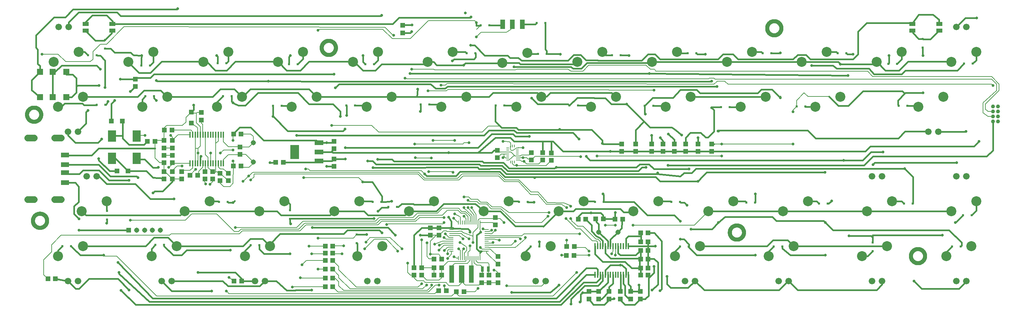
<source format=gbl>
G75*
%MOIN*%
%OFA0B0*%
%FSLAX25Y25*%
%IPPOS*%
%LPD*%
%AMOC8*
5,1,8,0,0,1.08239X$1,22.5*
%
%ADD10R,0.01969X0.01969*%
%ADD11C,0.10000*%
%ADD12C,0.06600*%
%ADD13R,0.05000X0.04500*%
%ADD14R,0.04500X0.05000*%
%ADD15R,0.00787X0.03937*%
%ADD16R,0.03937X0.00787*%
%ADD17R,0.02756X0.05512*%
%ADD18R,0.04724X0.17323*%
%ADD19R,0.05512X0.17323*%
%ADD20R,0.01575X0.05906*%
%ADD21C,0.05150*%
%ADD22R,0.08800X0.04800*%
%ADD23R,0.08661X0.14173*%
%ADD24R,0.05150X0.05150*%
%ADD25R,0.04724X0.04724*%
%ADD26R,0.07874X0.11811*%
%ADD27R,0.05906X0.05906*%
%ADD28C,0.06600*%
%ADD29R,0.07874X0.04724*%
%ADD30R,0.02657X0.00984*%
%ADD31R,0.00984X0.02657*%
%ADD32R,0.06102X0.03937*%
%ADD33R,0.04724X0.09646*%
%ADD34C,0.03969*%
%ADD35C,0.03937*%
%ADD36C,0.03200*%
%ADD37C,0.01600*%
%ADD38C,0.02800*%
%ADD39C,0.00600*%
%ADD40C,0.00800*%
D10*
X0047008Y0066842D03*
X0055669Y0066842D03*
X0091783Y0093368D03*
X0091783Y0102029D03*
X0140069Y0068092D03*
X0148730Y0068092D03*
X0235413Y0067748D03*
X0244075Y0067748D03*
X0274789Y0094141D03*
X0274789Y0102803D03*
X0212175Y0111006D03*
X0203514Y0111006D03*
X0341449Y0078331D03*
X0341449Y0069670D03*
X0372825Y0105878D03*
X0365925Y0111006D03*
X0357264Y0111006D03*
X0381486Y0105878D03*
X0503514Y0111006D03*
X0512175Y0111006D03*
X0579764Y0111006D03*
X0588425Y0111006D03*
X0656014Y0111006D03*
X0664675Y0111006D03*
X0731102Y0110454D03*
X0739764Y0110454D03*
X0803602Y0109204D03*
X0812264Y0109204D03*
X0888602Y0109204D03*
X0897264Y0109204D03*
X0947736Y0097679D03*
X0956398Y0097679D03*
X0945404Y0066488D03*
X0936742Y0066488D03*
X0857372Y0070514D03*
X0857372Y0061852D03*
X0767116Y0066517D03*
X0758455Y0066517D03*
X0673465Y0066517D03*
X0664803Y0066517D03*
X0524075Y0066498D03*
X0515413Y0066498D03*
X0705561Y0206134D03*
X0714222Y0206134D03*
X0781181Y0206567D03*
X0789843Y0206567D03*
X0883396Y0207462D03*
X0892057Y0207462D03*
X0881486Y0249264D03*
X0872825Y0249264D03*
X0830925Y0260120D03*
X0822264Y0260120D03*
X0755925Y0260120D03*
X0747264Y0260120D03*
X0680925Y0260120D03*
X0672264Y0260120D03*
X0605157Y0257974D03*
X0596496Y0257974D03*
X0531407Y0259224D03*
X0522746Y0259224D03*
X0459907Y0259974D03*
X0451246Y0259974D03*
X0465469Y0288167D03*
X0474131Y0288167D03*
X0521219Y0290267D03*
X0529881Y0290267D03*
X0358504Y0248909D03*
X0349843Y0248909D03*
X0282254Y0248909D03*
X0273593Y0248909D03*
X0211004Y0250159D03*
X0202343Y0250159D03*
X0134754Y0247659D03*
X0126093Y0247659D03*
X0081407Y0257974D03*
X0072746Y0257974D03*
X0089600Y0264836D03*
X0089600Y0273497D03*
X0130020Y0216960D03*
X0138681Y0216960D03*
X0090131Y0208260D03*
X0081470Y0208260D03*
X0207520Y0216960D03*
X0216181Y0216960D03*
X0257569Y0207423D03*
X0266230Y0207423D03*
X0330856Y0207718D03*
X0339518Y0207718D03*
X0405364Y0208811D03*
X0414026Y0208811D03*
X0480364Y0207561D03*
X0489026Y0207561D03*
X0554114Y0207561D03*
X0562776Y0207561D03*
X0629311Y0207384D03*
X0637972Y0207384D03*
X0907200Y0265836D03*
X0907200Y0274497D03*
X0948770Y0249569D03*
X0957431Y0249569D03*
D11*
X0935945Y0251252D03*
X0960945Y0261252D03*
X0886142Y0261252D03*
X0861142Y0251252D03*
X0811339Y0261252D03*
X0786339Y0251252D03*
X0736535Y0261252D03*
X0711535Y0251252D03*
X0661732Y0261252D03*
X0636732Y0251252D03*
X0586929Y0261252D03*
X0561929Y0251252D03*
X0512126Y0260267D03*
X0487126Y0250267D03*
X0437323Y0261252D03*
X0412323Y0251252D03*
X0362520Y0261252D03*
X0337520Y0251252D03*
X0287717Y0261252D03*
X0262717Y0251252D03*
X0212913Y0261252D03*
X0187913Y0251252D03*
X0138110Y0261252D03*
X0113110Y0251252D03*
X0063307Y0261252D03*
X0038307Y0251252D03*
X0067657Y0216449D03*
X0042657Y0206449D03*
X0126811Y0206449D03*
X0151811Y0216449D03*
X0201614Y0206449D03*
X0226614Y0216449D03*
X0276417Y0206449D03*
X0301417Y0216449D03*
X0351220Y0206449D03*
X0376220Y0216449D03*
X0426024Y0206449D03*
X0451024Y0216449D03*
X0500827Y0206449D03*
X0525827Y0216449D03*
X0575630Y0206449D03*
X0600630Y0216449D03*
X0650433Y0206449D03*
X0675433Y0216449D03*
X0725236Y0206449D03*
X0750236Y0216449D03*
X0800039Y0206449D03*
X0825039Y0216449D03*
X0902894Y0206449D03*
X0927894Y0216449D03*
X0960945Y0111645D03*
X0935945Y0101645D03*
X0876791Y0111645D03*
X0851791Y0101645D03*
X0792638Y0111645D03*
X0767638Y0101645D03*
X0717835Y0111645D03*
X0692835Y0101645D03*
X0643031Y0111645D03*
X0618031Y0101645D03*
X0568228Y0111645D03*
X0543228Y0101645D03*
X0493425Y0111645D03*
X0468425Y0101645D03*
X0418622Y0111645D03*
X0393622Y0101645D03*
X0343819Y0111645D03*
X0318819Y0101645D03*
X0269016Y0111645D03*
X0244016Y0101645D03*
X0194213Y0111645D03*
X0169213Y0101645D03*
X0091358Y0111645D03*
X0066358Y0101645D03*
X0067657Y0066842D03*
X0042657Y0056842D03*
X0136161Y0056842D03*
X0161161Y0066842D03*
X0229665Y0056842D03*
X0254665Y0066842D03*
X0341870Y0056842D03*
X0366870Y0066842D03*
X0510177Y0056842D03*
X0535177Y0066842D03*
X0659783Y0056842D03*
X0684783Y0066842D03*
X0753287Y0056842D03*
X0778287Y0066842D03*
X0846791Y0056842D03*
X0871791Y0066842D03*
X0930945Y0056842D03*
X0955945Y0066842D03*
D12*
X0950945Y0031842D03*
X0940945Y0031842D03*
X0866791Y0031842D03*
X0856791Y0031842D03*
X0773287Y0031842D03*
X0763287Y0031842D03*
X0679783Y0031842D03*
X0669783Y0031842D03*
X0530177Y0031842D03*
X0520177Y0031842D03*
X0361870Y0031842D03*
X0351870Y0031842D03*
X0249665Y0031842D03*
X0239665Y0031842D03*
X0156161Y0031842D03*
X0146161Y0031842D03*
X0062657Y0031842D03*
X0052657Y0031842D03*
X0071358Y0136645D03*
X0081358Y0136645D03*
X0062657Y0181449D03*
X0052657Y0181449D03*
X0053307Y0286252D03*
X0043307Y0286252D03*
X0856791Y0136645D03*
X0866791Y0136645D03*
X0940945Y0136645D03*
X0950945Y0136645D03*
X0922894Y0181449D03*
X0912894Y0181449D03*
X0940945Y0286252D03*
X0950945Y0286252D03*
D13*
X0696450Y0169067D03*
X0682700Y0169067D03*
X0682700Y0161567D03*
X0696450Y0161567D03*
X0670200Y0161567D03*
X0658950Y0161567D03*
X0647700Y0161567D03*
X0636450Y0161567D03*
X0636450Y0169067D03*
X0647700Y0169067D03*
X0658950Y0169067D03*
X0670200Y0169067D03*
X0620200Y0169067D03*
X0606450Y0169067D03*
X0606450Y0161567D03*
X0620200Y0161567D03*
X0535950Y0160167D03*
X0527350Y0160517D03*
X0515950Y0160517D03*
X0515950Y0153017D03*
X0527350Y0153017D03*
X0535950Y0152667D03*
X0482100Y0155317D03*
X0482100Y0162817D03*
X0318600Y0164217D03*
X0318600Y0171717D03*
X0318600Y0154117D03*
X0318600Y0146617D03*
X0224600Y0158617D03*
X0224600Y0166117D03*
X0212850Y0139817D03*
X0204800Y0139817D03*
X0197300Y0141417D03*
X0189800Y0141417D03*
X0189800Y0133917D03*
X0197300Y0133917D03*
X0204800Y0132317D03*
X0212850Y0132317D03*
X0166200Y0133917D03*
X0157100Y0133917D03*
X0148700Y0133917D03*
X0148700Y0141417D03*
X0157100Y0141417D03*
X0166200Y0141417D03*
X0156950Y0150217D03*
X0148550Y0150217D03*
X0148550Y0157717D03*
X0156950Y0157717D03*
X0156950Y0165067D03*
X0148550Y0165067D03*
X0148550Y0172567D03*
X0156950Y0172567D03*
X0186050Y0193067D03*
X0186050Y0200567D03*
X0120000Y0226567D03*
X0120000Y0234067D03*
X0387300Y0280417D03*
X0387300Y0287917D03*
X0479850Y0095367D03*
X0479850Y0087867D03*
X0423750Y0085067D03*
X0415000Y0085067D03*
X0415000Y0077567D03*
X0423750Y0077567D03*
X0482500Y0056317D03*
X0482500Y0048817D03*
X0482500Y0037567D03*
X0473750Y0037567D03*
X0466250Y0037567D03*
X0466250Y0030067D03*
X0473750Y0030067D03*
X0482500Y0030067D03*
X0573800Y0021317D03*
X0583400Y0021317D03*
X0593800Y0021317D03*
X0605000Y0021317D03*
X0615400Y0021317D03*
X0625000Y0021317D03*
X0625000Y0013817D03*
X0615400Y0013817D03*
X0605000Y0013817D03*
X0593800Y0013817D03*
X0583400Y0013817D03*
X0573800Y0013817D03*
D14*
X0625250Y0037567D03*
X0632750Y0037567D03*
X0632750Y0044767D03*
X0625250Y0044767D03*
X0625250Y0053567D03*
X0632750Y0053567D03*
X0632750Y0062367D03*
X0625250Y0062367D03*
X0625250Y0071167D03*
X0632750Y0071167D03*
X0632750Y0079967D03*
X0625250Y0079967D03*
X0607150Y0093767D03*
X0599650Y0093767D03*
X0587950Y0094167D03*
X0580450Y0094167D03*
X0570350Y0093567D03*
X0562850Y0093567D03*
X0558950Y0066317D03*
X0551450Y0066317D03*
X0551100Y0057517D03*
X0558600Y0057517D03*
X0448550Y0021167D03*
X0441050Y0021167D03*
X0430950Y0021967D03*
X0423450Y0021967D03*
X0426250Y0037567D03*
X0418750Y0037567D03*
X0406250Y0037567D03*
X0398750Y0037567D03*
X0398750Y0045067D03*
X0406250Y0045067D03*
X0418750Y0045067D03*
X0426250Y0045067D03*
X0426250Y0053817D03*
X0418750Y0053817D03*
X0317350Y0052367D03*
X0309850Y0052367D03*
X0309850Y0059567D03*
X0317350Y0059567D03*
X0317350Y0066767D03*
X0309850Y0066767D03*
X0309850Y0043567D03*
X0317350Y0043567D03*
X0317350Y0034767D03*
X0309850Y0034767D03*
X0309850Y0025967D03*
X0317350Y0025967D03*
X0226250Y0031567D03*
X0218750Y0031567D03*
X0040000Y0034067D03*
X0032500Y0034067D03*
X0174750Y0137667D03*
X0182250Y0137667D03*
X0218050Y0146967D03*
X0225550Y0146967D03*
X0260450Y0150567D03*
X0267950Y0150567D03*
X0225700Y0179017D03*
X0218200Y0179017D03*
X0156500Y0183067D03*
X0149000Y0183067D03*
X0139550Y0171817D03*
X0132050Y0171817D03*
D15*
X0442923Y0090283D03*
X0444892Y0090283D03*
X0446860Y0090283D03*
X0448829Y0090283D03*
X0450797Y0090283D03*
X0452766Y0090283D03*
X0454734Y0090283D03*
X0456703Y0090283D03*
X0458671Y0090283D03*
X0460640Y0090283D03*
X0462608Y0090283D03*
X0464577Y0090283D03*
X0464577Y0054850D03*
X0462608Y0054850D03*
X0460640Y0054850D03*
X0458671Y0054850D03*
X0456703Y0054850D03*
X0454734Y0054850D03*
X0452766Y0054850D03*
X0450797Y0054850D03*
X0448829Y0054850D03*
X0446860Y0054850D03*
X0444892Y0054850D03*
X0442923Y0054850D03*
D16*
X0436033Y0061740D03*
X0436033Y0063708D03*
X0436033Y0065677D03*
X0436033Y0067645D03*
X0436033Y0069614D03*
X0436033Y0071582D03*
X0436033Y0073551D03*
X0436033Y0075519D03*
X0436033Y0077488D03*
X0436033Y0079456D03*
X0436033Y0081425D03*
X0436033Y0083393D03*
X0471467Y0083393D03*
X0471467Y0081425D03*
X0471467Y0079456D03*
X0471467Y0077488D03*
X0471467Y0075519D03*
X0471467Y0073551D03*
X0471467Y0071582D03*
X0471467Y0069614D03*
X0471467Y0067645D03*
X0471467Y0065677D03*
X0471467Y0063708D03*
X0471467Y0061740D03*
D17*
X0472953Y0043817D03*
X0467047Y0043817D03*
D18*
X0456093Y0038817D03*
X0436407Y0038817D03*
D19*
X0446250Y0038817D03*
D20*
X0579766Y0038095D03*
X0582325Y0038095D03*
X0584884Y0038095D03*
X0587443Y0038095D03*
X0590002Y0038095D03*
X0592561Y0038095D03*
X0595120Y0038095D03*
X0597680Y0038095D03*
X0600239Y0038095D03*
X0602798Y0038095D03*
X0605357Y0038095D03*
X0607916Y0038095D03*
X0610475Y0038095D03*
X0613034Y0038095D03*
X0613034Y0066638D03*
X0610475Y0066638D03*
X0607916Y0066638D03*
X0605357Y0066638D03*
X0602798Y0066638D03*
X0600239Y0066638D03*
X0597680Y0066638D03*
X0595120Y0066638D03*
X0592561Y0066638D03*
X0590002Y0066638D03*
X0587443Y0066638D03*
X0584884Y0066638D03*
X0582325Y0066638D03*
X0579766Y0066638D03*
X0208034Y0149695D03*
X0205475Y0149695D03*
X0202916Y0149695D03*
X0200357Y0149695D03*
X0197798Y0149695D03*
X0195239Y0149695D03*
X0192680Y0149695D03*
X0190120Y0149695D03*
X0187561Y0149695D03*
X0185002Y0149695D03*
X0182443Y0149695D03*
X0179884Y0149695D03*
X0177325Y0149695D03*
X0174766Y0149695D03*
X0174766Y0178238D03*
X0177325Y0178238D03*
X0179884Y0178238D03*
X0182443Y0178238D03*
X0185002Y0178238D03*
X0187561Y0178238D03*
X0190120Y0178238D03*
X0192680Y0178238D03*
X0195239Y0178238D03*
X0197798Y0178238D03*
X0200357Y0178238D03*
X0202916Y0178238D03*
X0205475Y0178238D03*
X0208034Y0178238D03*
D21*
X0237850Y0170373D03*
X0237850Y0151160D03*
X0144948Y0082767D03*
X0137074Y0082767D03*
X0129200Y0082767D03*
X0121326Y0082767D03*
X0583394Y0080767D03*
X0602606Y0080767D03*
D22*
X0303600Y0152067D03*
X0303600Y0161167D03*
X0303600Y0170267D03*
D23*
X0279199Y0161167D03*
D24*
X0113452Y0082767D03*
D25*
X0112662Y0141967D03*
X0101638Y0141967D03*
X0176050Y0190055D03*
X0176050Y0201078D03*
X0106962Y0192167D03*
X0095938Y0192167D03*
D26*
X0096548Y0177167D03*
X0121352Y0177167D03*
X0121352Y0154667D03*
X0096548Y0154667D03*
D27*
X0050928Y0216118D03*
X0037148Y0216118D03*
X0024550Y0216118D03*
X0024550Y0241315D03*
X0037148Y0241315D03*
X0050928Y0241315D03*
D28*
X0046056Y0175172D02*
X0039456Y0175172D01*
X0018930Y0175172D02*
X0012330Y0175172D01*
X0012330Y0113361D02*
X0018930Y0113361D01*
X0039456Y0113361D02*
X0046056Y0113361D01*
D29*
X0049764Y0130487D03*
X0049764Y0140330D03*
X0049764Y0148204D03*
X0049764Y0158046D03*
D30*
X0492156Y0157078D03*
X0492156Y0155110D03*
X0492156Y0153141D03*
X0492156Y0159047D03*
X0492156Y0161015D03*
X0492156Y0162984D03*
X0492156Y0164952D03*
X0502096Y0164952D03*
X0502096Y0162984D03*
X0502096Y0161015D03*
X0502096Y0159047D03*
X0502096Y0157078D03*
X0502096Y0155110D03*
X0502096Y0153141D03*
D31*
X0499094Y0151124D03*
X0497126Y0151124D03*
X0495157Y0151124D03*
X0495157Y0166970D03*
X0497126Y0166970D03*
X0499094Y0166970D03*
D32*
X0897126Y0282669D03*
X0897126Y0289362D03*
X0923898Y0289362D03*
X0923898Y0282669D03*
X0097126Y0282669D03*
X0097126Y0289362D03*
X0070354Y0289362D03*
X0070354Y0282669D03*
D33*
X0487283Y0288910D03*
X0497126Y0288910D03*
X0506969Y0288910D03*
D34*
X0977500Y0206567D03*
X0982500Y0206567D03*
X0982500Y0201567D03*
X0977500Y0201567D03*
X0977500Y0196567D03*
X0982500Y0196567D03*
X0982500Y0191567D03*
X0977500Y0191567D03*
D35*
X0751850Y0285031D02*
X0751852Y0285205D01*
X0751859Y0285379D01*
X0751869Y0285552D01*
X0751884Y0285726D01*
X0751903Y0285899D01*
X0751927Y0286071D01*
X0751954Y0286243D01*
X0751986Y0286414D01*
X0752022Y0286584D01*
X0752062Y0286753D01*
X0752107Y0286921D01*
X0752155Y0287088D01*
X0752208Y0287254D01*
X0752264Y0287419D01*
X0752325Y0287582D01*
X0752389Y0287743D01*
X0752458Y0287903D01*
X0752530Y0288061D01*
X0752607Y0288217D01*
X0752687Y0288372D01*
X0752771Y0288524D01*
X0752858Y0288674D01*
X0752950Y0288823D01*
X0753044Y0288968D01*
X0753143Y0289112D01*
X0753245Y0289253D01*
X0753350Y0289391D01*
X0753459Y0289527D01*
X0753571Y0289660D01*
X0753686Y0289790D01*
X0753804Y0289918D01*
X0753926Y0290042D01*
X0754050Y0290164D01*
X0754178Y0290282D01*
X0754308Y0290397D01*
X0754441Y0290509D01*
X0754577Y0290618D01*
X0754715Y0290723D01*
X0754856Y0290825D01*
X0755000Y0290924D01*
X0755145Y0291018D01*
X0755294Y0291110D01*
X0755444Y0291197D01*
X0755596Y0291281D01*
X0755751Y0291361D01*
X0755907Y0291438D01*
X0756065Y0291510D01*
X0756225Y0291579D01*
X0756386Y0291643D01*
X0756549Y0291704D01*
X0756714Y0291760D01*
X0756880Y0291813D01*
X0757047Y0291861D01*
X0757215Y0291906D01*
X0757384Y0291946D01*
X0757554Y0291982D01*
X0757725Y0292014D01*
X0757897Y0292041D01*
X0758069Y0292065D01*
X0758242Y0292084D01*
X0758416Y0292099D01*
X0758589Y0292109D01*
X0758763Y0292116D01*
X0758937Y0292118D01*
X0759111Y0292116D01*
X0759285Y0292109D01*
X0759458Y0292099D01*
X0759632Y0292084D01*
X0759805Y0292065D01*
X0759977Y0292041D01*
X0760149Y0292014D01*
X0760320Y0291982D01*
X0760490Y0291946D01*
X0760659Y0291906D01*
X0760827Y0291861D01*
X0760994Y0291813D01*
X0761160Y0291760D01*
X0761325Y0291704D01*
X0761488Y0291643D01*
X0761649Y0291579D01*
X0761809Y0291510D01*
X0761967Y0291438D01*
X0762123Y0291361D01*
X0762278Y0291281D01*
X0762430Y0291197D01*
X0762580Y0291110D01*
X0762729Y0291018D01*
X0762874Y0290924D01*
X0763018Y0290825D01*
X0763159Y0290723D01*
X0763297Y0290618D01*
X0763433Y0290509D01*
X0763566Y0290397D01*
X0763696Y0290282D01*
X0763824Y0290164D01*
X0763948Y0290042D01*
X0764070Y0289918D01*
X0764188Y0289790D01*
X0764303Y0289660D01*
X0764415Y0289527D01*
X0764524Y0289391D01*
X0764629Y0289253D01*
X0764731Y0289112D01*
X0764830Y0288968D01*
X0764924Y0288823D01*
X0765016Y0288674D01*
X0765103Y0288524D01*
X0765187Y0288372D01*
X0765267Y0288217D01*
X0765344Y0288061D01*
X0765416Y0287903D01*
X0765485Y0287743D01*
X0765549Y0287582D01*
X0765610Y0287419D01*
X0765666Y0287254D01*
X0765719Y0287088D01*
X0765767Y0286921D01*
X0765812Y0286753D01*
X0765852Y0286584D01*
X0765888Y0286414D01*
X0765920Y0286243D01*
X0765947Y0286071D01*
X0765971Y0285899D01*
X0765990Y0285726D01*
X0766005Y0285552D01*
X0766015Y0285379D01*
X0766022Y0285205D01*
X0766024Y0285031D01*
X0766022Y0284857D01*
X0766015Y0284683D01*
X0766005Y0284510D01*
X0765990Y0284336D01*
X0765971Y0284163D01*
X0765947Y0283991D01*
X0765920Y0283819D01*
X0765888Y0283648D01*
X0765852Y0283478D01*
X0765812Y0283309D01*
X0765767Y0283141D01*
X0765719Y0282974D01*
X0765666Y0282808D01*
X0765610Y0282643D01*
X0765549Y0282480D01*
X0765485Y0282319D01*
X0765416Y0282159D01*
X0765344Y0282001D01*
X0765267Y0281845D01*
X0765187Y0281690D01*
X0765103Y0281538D01*
X0765016Y0281388D01*
X0764924Y0281239D01*
X0764830Y0281094D01*
X0764731Y0280950D01*
X0764629Y0280809D01*
X0764524Y0280671D01*
X0764415Y0280535D01*
X0764303Y0280402D01*
X0764188Y0280272D01*
X0764070Y0280144D01*
X0763948Y0280020D01*
X0763824Y0279898D01*
X0763696Y0279780D01*
X0763566Y0279665D01*
X0763433Y0279553D01*
X0763297Y0279444D01*
X0763159Y0279339D01*
X0763018Y0279237D01*
X0762874Y0279138D01*
X0762729Y0279044D01*
X0762580Y0278952D01*
X0762430Y0278865D01*
X0762278Y0278781D01*
X0762123Y0278701D01*
X0761967Y0278624D01*
X0761809Y0278552D01*
X0761649Y0278483D01*
X0761488Y0278419D01*
X0761325Y0278358D01*
X0761160Y0278302D01*
X0760994Y0278249D01*
X0760827Y0278201D01*
X0760659Y0278156D01*
X0760490Y0278116D01*
X0760320Y0278080D01*
X0760149Y0278048D01*
X0759977Y0278021D01*
X0759805Y0277997D01*
X0759632Y0277978D01*
X0759458Y0277963D01*
X0759285Y0277953D01*
X0759111Y0277946D01*
X0758937Y0277944D01*
X0758763Y0277946D01*
X0758589Y0277953D01*
X0758416Y0277963D01*
X0758242Y0277978D01*
X0758069Y0277997D01*
X0757897Y0278021D01*
X0757725Y0278048D01*
X0757554Y0278080D01*
X0757384Y0278116D01*
X0757215Y0278156D01*
X0757047Y0278201D01*
X0756880Y0278249D01*
X0756714Y0278302D01*
X0756549Y0278358D01*
X0756386Y0278419D01*
X0756225Y0278483D01*
X0756065Y0278552D01*
X0755907Y0278624D01*
X0755751Y0278701D01*
X0755596Y0278781D01*
X0755444Y0278865D01*
X0755294Y0278952D01*
X0755145Y0279044D01*
X0755000Y0279138D01*
X0754856Y0279237D01*
X0754715Y0279339D01*
X0754577Y0279444D01*
X0754441Y0279553D01*
X0754308Y0279665D01*
X0754178Y0279780D01*
X0754050Y0279898D01*
X0753926Y0280020D01*
X0753804Y0280144D01*
X0753686Y0280272D01*
X0753571Y0280402D01*
X0753459Y0280535D01*
X0753350Y0280671D01*
X0753245Y0280809D01*
X0753143Y0280950D01*
X0753044Y0281094D01*
X0752950Y0281239D01*
X0752858Y0281388D01*
X0752771Y0281538D01*
X0752687Y0281690D01*
X0752607Y0281845D01*
X0752530Y0282001D01*
X0752458Y0282159D01*
X0752389Y0282319D01*
X0752325Y0282480D01*
X0752264Y0282643D01*
X0752208Y0282808D01*
X0752155Y0282974D01*
X0752107Y0283141D01*
X0752062Y0283309D01*
X0752022Y0283478D01*
X0751986Y0283648D01*
X0751954Y0283819D01*
X0751927Y0283991D01*
X0751903Y0284163D01*
X0751884Y0284336D01*
X0751869Y0284510D01*
X0751859Y0284683D01*
X0751852Y0284857D01*
X0751850Y0285031D01*
X0306368Y0265346D02*
X0306370Y0265520D01*
X0306377Y0265694D01*
X0306387Y0265867D01*
X0306402Y0266041D01*
X0306421Y0266214D01*
X0306445Y0266386D01*
X0306472Y0266558D01*
X0306504Y0266729D01*
X0306540Y0266899D01*
X0306580Y0267068D01*
X0306625Y0267236D01*
X0306673Y0267403D01*
X0306726Y0267569D01*
X0306782Y0267734D01*
X0306843Y0267897D01*
X0306907Y0268058D01*
X0306976Y0268218D01*
X0307048Y0268376D01*
X0307125Y0268532D01*
X0307205Y0268687D01*
X0307289Y0268839D01*
X0307376Y0268989D01*
X0307468Y0269138D01*
X0307562Y0269283D01*
X0307661Y0269427D01*
X0307763Y0269568D01*
X0307868Y0269706D01*
X0307977Y0269842D01*
X0308089Y0269975D01*
X0308204Y0270105D01*
X0308322Y0270233D01*
X0308444Y0270357D01*
X0308568Y0270479D01*
X0308696Y0270597D01*
X0308826Y0270712D01*
X0308959Y0270824D01*
X0309095Y0270933D01*
X0309233Y0271038D01*
X0309374Y0271140D01*
X0309518Y0271239D01*
X0309663Y0271333D01*
X0309812Y0271425D01*
X0309962Y0271512D01*
X0310114Y0271596D01*
X0310269Y0271676D01*
X0310425Y0271753D01*
X0310583Y0271825D01*
X0310743Y0271894D01*
X0310904Y0271958D01*
X0311067Y0272019D01*
X0311232Y0272075D01*
X0311398Y0272128D01*
X0311565Y0272176D01*
X0311733Y0272221D01*
X0311902Y0272261D01*
X0312072Y0272297D01*
X0312243Y0272329D01*
X0312415Y0272356D01*
X0312587Y0272380D01*
X0312760Y0272399D01*
X0312934Y0272414D01*
X0313107Y0272424D01*
X0313281Y0272431D01*
X0313455Y0272433D01*
X0313629Y0272431D01*
X0313803Y0272424D01*
X0313976Y0272414D01*
X0314150Y0272399D01*
X0314323Y0272380D01*
X0314495Y0272356D01*
X0314667Y0272329D01*
X0314838Y0272297D01*
X0315008Y0272261D01*
X0315177Y0272221D01*
X0315345Y0272176D01*
X0315512Y0272128D01*
X0315678Y0272075D01*
X0315843Y0272019D01*
X0316006Y0271958D01*
X0316167Y0271894D01*
X0316327Y0271825D01*
X0316485Y0271753D01*
X0316641Y0271676D01*
X0316796Y0271596D01*
X0316948Y0271512D01*
X0317098Y0271425D01*
X0317247Y0271333D01*
X0317392Y0271239D01*
X0317536Y0271140D01*
X0317677Y0271038D01*
X0317815Y0270933D01*
X0317951Y0270824D01*
X0318084Y0270712D01*
X0318214Y0270597D01*
X0318342Y0270479D01*
X0318466Y0270357D01*
X0318588Y0270233D01*
X0318706Y0270105D01*
X0318821Y0269975D01*
X0318933Y0269842D01*
X0319042Y0269706D01*
X0319147Y0269568D01*
X0319249Y0269427D01*
X0319348Y0269283D01*
X0319442Y0269138D01*
X0319534Y0268989D01*
X0319621Y0268839D01*
X0319705Y0268687D01*
X0319785Y0268532D01*
X0319862Y0268376D01*
X0319934Y0268218D01*
X0320003Y0268058D01*
X0320067Y0267897D01*
X0320128Y0267734D01*
X0320184Y0267569D01*
X0320237Y0267403D01*
X0320285Y0267236D01*
X0320330Y0267068D01*
X0320370Y0266899D01*
X0320406Y0266729D01*
X0320438Y0266558D01*
X0320465Y0266386D01*
X0320489Y0266214D01*
X0320508Y0266041D01*
X0320523Y0265867D01*
X0320533Y0265694D01*
X0320540Y0265520D01*
X0320542Y0265346D01*
X0320540Y0265172D01*
X0320533Y0264998D01*
X0320523Y0264825D01*
X0320508Y0264651D01*
X0320489Y0264478D01*
X0320465Y0264306D01*
X0320438Y0264134D01*
X0320406Y0263963D01*
X0320370Y0263793D01*
X0320330Y0263624D01*
X0320285Y0263456D01*
X0320237Y0263289D01*
X0320184Y0263123D01*
X0320128Y0262958D01*
X0320067Y0262795D01*
X0320003Y0262634D01*
X0319934Y0262474D01*
X0319862Y0262316D01*
X0319785Y0262160D01*
X0319705Y0262005D01*
X0319621Y0261853D01*
X0319534Y0261703D01*
X0319442Y0261554D01*
X0319348Y0261409D01*
X0319249Y0261265D01*
X0319147Y0261124D01*
X0319042Y0260986D01*
X0318933Y0260850D01*
X0318821Y0260717D01*
X0318706Y0260587D01*
X0318588Y0260459D01*
X0318466Y0260335D01*
X0318342Y0260213D01*
X0318214Y0260095D01*
X0318084Y0259980D01*
X0317951Y0259868D01*
X0317815Y0259759D01*
X0317677Y0259654D01*
X0317536Y0259552D01*
X0317392Y0259453D01*
X0317247Y0259359D01*
X0317098Y0259267D01*
X0316948Y0259180D01*
X0316796Y0259096D01*
X0316641Y0259016D01*
X0316485Y0258939D01*
X0316327Y0258867D01*
X0316167Y0258798D01*
X0316006Y0258734D01*
X0315843Y0258673D01*
X0315678Y0258617D01*
X0315512Y0258564D01*
X0315345Y0258516D01*
X0315177Y0258471D01*
X0315008Y0258431D01*
X0314838Y0258395D01*
X0314667Y0258363D01*
X0314495Y0258336D01*
X0314323Y0258312D01*
X0314150Y0258293D01*
X0313976Y0258278D01*
X0313803Y0258268D01*
X0313629Y0258261D01*
X0313455Y0258259D01*
X0313281Y0258261D01*
X0313107Y0258268D01*
X0312934Y0258278D01*
X0312760Y0258293D01*
X0312587Y0258312D01*
X0312415Y0258336D01*
X0312243Y0258363D01*
X0312072Y0258395D01*
X0311902Y0258431D01*
X0311733Y0258471D01*
X0311565Y0258516D01*
X0311398Y0258564D01*
X0311232Y0258617D01*
X0311067Y0258673D01*
X0310904Y0258734D01*
X0310743Y0258798D01*
X0310583Y0258867D01*
X0310425Y0258939D01*
X0310269Y0259016D01*
X0310114Y0259096D01*
X0309962Y0259180D01*
X0309812Y0259267D01*
X0309663Y0259359D01*
X0309518Y0259453D01*
X0309374Y0259552D01*
X0309233Y0259654D01*
X0309095Y0259759D01*
X0308959Y0259868D01*
X0308826Y0259980D01*
X0308696Y0260095D01*
X0308568Y0260213D01*
X0308444Y0260335D01*
X0308322Y0260459D01*
X0308204Y0260587D01*
X0308089Y0260717D01*
X0307977Y0260850D01*
X0307868Y0260986D01*
X0307763Y0261124D01*
X0307661Y0261265D01*
X0307562Y0261409D01*
X0307468Y0261554D01*
X0307376Y0261703D01*
X0307289Y0261853D01*
X0307205Y0262005D01*
X0307125Y0262160D01*
X0307048Y0262316D01*
X0306976Y0262474D01*
X0306907Y0262634D01*
X0306843Y0262795D01*
X0306782Y0262958D01*
X0306726Y0263123D01*
X0306673Y0263289D01*
X0306625Y0263456D01*
X0306580Y0263624D01*
X0306540Y0263793D01*
X0306504Y0263963D01*
X0306472Y0264134D01*
X0306445Y0264306D01*
X0306421Y0264478D01*
X0306402Y0264651D01*
X0306387Y0264825D01*
X0306377Y0264998D01*
X0306370Y0265172D01*
X0306368Y0265346D01*
X0011693Y0198417D02*
X0011695Y0198591D01*
X0011702Y0198765D01*
X0011712Y0198938D01*
X0011727Y0199112D01*
X0011746Y0199285D01*
X0011770Y0199457D01*
X0011797Y0199629D01*
X0011829Y0199800D01*
X0011865Y0199970D01*
X0011905Y0200139D01*
X0011950Y0200307D01*
X0011998Y0200474D01*
X0012051Y0200640D01*
X0012107Y0200805D01*
X0012168Y0200968D01*
X0012232Y0201129D01*
X0012301Y0201289D01*
X0012373Y0201447D01*
X0012450Y0201603D01*
X0012530Y0201758D01*
X0012614Y0201910D01*
X0012701Y0202060D01*
X0012793Y0202209D01*
X0012887Y0202354D01*
X0012986Y0202498D01*
X0013088Y0202639D01*
X0013193Y0202777D01*
X0013302Y0202913D01*
X0013414Y0203046D01*
X0013529Y0203176D01*
X0013647Y0203304D01*
X0013769Y0203428D01*
X0013893Y0203550D01*
X0014021Y0203668D01*
X0014151Y0203783D01*
X0014284Y0203895D01*
X0014420Y0204004D01*
X0014558Y0204109D01*
X0014699Y0204211D01*
X0014843Y0204310D01*
X0014988Y0204404D01*
X0015137Y0204496D01*
X0015287Y0204583D01*
X0015439Y0204667D01*
X0015594Y0204747D01*
X0015750Y0204824D01*
X0015908Y0204896D01*
X0016068Y0204965D01*
X0016229Y0205029D01*
X0016392Y0205090D01*
X0016557Y0205146D01*
X0016723Y0205199D01*
X0016890Y0205247D01*
X0017058Y0205292D01*
X0017227Y0205332D01*
X0017397Y0205368D01*
X0017568Y0205400D01*
X0017740Y0205427D01*
X0017912Y0205451D01*
X0018085Y0205470D01*
X0018259Y0205485D01*
X0018432Y0205495D01*
X0018606Y0205502D01*
X0018780Y0205504D01*
X0018954Y0205502D01*
X0019128Y0205495D01*
X0019301Y0205485D01*
X0019475Y0205470D01*
X0019648Y0205451D01*
X0019820Y0205427D01*
X0019992Y0205400D01*
X0020163Y0205368D01*
X0020333Y0205332D01*
X0020502Y0205292D01*
X0020670Y0205247D01*
X0020837Y0205199D01*
X0021003Y0205146D01*
X0021168Y0205090D01*
X0021331Y0205029D01*
X0021492Y0204965D01*
X0021652Y0204896D01*
X0021810Y0204824D01*
X0021966Y0204747D01*
X0022121Y0204667D01*
X0022273Y0204583D01*
X0022423Y0204496D01*
X0022572Y0204404D01*
X0022717Y0204310D01*
X0022861Y0204211D01*
X0023002Y0204109D01*
X0023140Y0204004D01*
X0023276Y0203895D01*
X0023409Y0203783D01*
X0023539Y0203668D01*
X0023667Y0203550D01*
X0023791Y0203428D01*
X0023913Y0203304D01*
X0024031Y0203176D01*
X0024146Y0203046D01*
X0024258Y0202913D01*
X0024367Y0202777D01*
X0024472Y0202639D01*
X0024574Y0202498D01*
X0024673Y0202354D01*
X0024767Y0202209D01*
X0024859Y0202060D01*
X0024946Y0201910D01*
X0025030Y0201758D01*
X0025110Y0201603D01*
X0025187Y0201447D01*
X0025259Y0201289D01*
X0025328Y0201129D01*
X0025392Y0200968D01*
X0025453Y0200805D01*
X0025509Y0200640D01*
X0025562Y0200474D01*
X0025610Y0200307D01*
X0025655Y0200139D01*
X0025695Y0199970D01*
X0025731Y0199800D01*
X0025763Y0199629D01*
X0025790Y0199457D01*
X0025814Y0199285D01*
X0025833Y0199112D01*
X0025848Y0198938D01*
X0025858Y0198765D01*
X0025865Y0198591D01*
X0025867Y0198417D01*
X0025865Y0198243D01*
X0025858Y0198069D01*
X0025848Y0197896D01*
X0025833Y0197722D01*
X0025814Y0197549D01*
X0025790Y0197377D01*
X0025763Y0197205D01*
X0025731Y0197034D01*
X0025695Y0196864D01*
X0025655Y0196695D01*
X0025610Y0196527D01*
X0025562Y0196360D01*
X0025509Y0196194D01*
X0025453Y0196029D01*
X0025392Y0195866D01*
X0025328Y0195705D01*
X0025259Y0195545D01*
X0025187Y0195387D01*
X0025110Y0195231D01*
X0025030Y0195076D01*
X0024946Y0194924D01*
X0024859Y0194774D01*
X0024767Y0194625D01*
X0024673Y0194480D01*
X0024574Y0194336D01*
X0024472Y0194195D01*
X0024367Y0194057D01*
X0024258Y0193921D01*
X0024146Y0193788D01*
X0024031Y0193658D01*
X0023913Y0193530D01*
X0023791Y0193406D01*
X0023667Y0193284D01*
X0023539Y0193166D01*
X0023409Y0193051D01*
X0023276Y0192939D01*
X0023140Y0192830D01*
X0023002Y0192725D01*
X0022861Y0192623D01*
X0022717Y0192524D01*
X0022572Y0192430D01*
X0022423Y0192338D01*
X0022273Y0192251D01*
X0022121Y0192167D01*
X0021966Y0192087D01*
X0021810Y0192010D01*
X0021652Y0191938D01*
X0021492Y0191869D01*
X0021331Y0191805D01*
X0021168Y0191744D01*
X0021003Y0191688D01*
X0020837Y0191635D01*
X0020670Y0191587D01*
X0020502Y0191542D01*
X0020333Y0191502D01*
X0020163Y0191466D01*
X0019992Y0191434D01*
X0019820Y0191407D01*
X0019648Y0191383D01*
X0019475Y0191364D01*
X0019301Y0191349D01*
X0019128Y0191339D01*
X0018954Y0191332D01*
X0018780Y0191330D01*
X0018606Y0191332D01*
X0018432Y0191339D01*
X0018259Y0191349D01*
X0018085Y0191364D01*
X0017912Y0191383D01*
X0017740Y0191407D01*
X0017568Y0191434D01*
X0017397Y0191466D01*
X0017227Y0191502D01*
X0017058Y0191542D01*
X0016890Y0191587D01*
X0016723Y0191635D01*
X0016557Y0191688D01*
X0016392Y0191744D01*
X0016229Y0191805D01*
X0016068Y0191869D01*
X0015908Y0191938D01*
X0015750Y0192010D01*
X0015594Y0192087D01*
X0015439Y0192167D01*
X0015287Y0192251D01*
X0015137Y0192338D01*
X0014988Y0192430D01*
X0014843Y0192524D01*
X0014699Y0192623D01*
X0014558Y0192725D01*
X0014420Y0192830D01*
X0014284Y0192939D01*
X0014151Y0193051D01*
X0014021Y0193166D01*
X0013893Y0193284D01*
X0013769Y0193406D01*
X0013647Y0193530D01*
X0013529Y0193658D01*
X0013414Y0193788D01*
X0013302Y0193921D01*
X0013193Y0194057D01*
X0013088Y0194195D01*
X0012986Y0194336D01*
X0012887Y0194480D01*
X0012793Y0194625D01*
X0012701Y0194774D01*
X0012614Y0194924D01*
X0012530Y0195076D01*
X0012450Y0195231D01*
X0012373Y0195387D01*
X0012301Y0195545D01*
X0012232Y0195705D01*
X0012168Y0195866D01*
X0012107Y0196029D01*
X0012051Y0196194D01*
X0011998Y0196360D01*
X0011950Y0196527D01*
X0011905Y0196695D01*
X0011865Y0196864D01*
X0011829Y0197034D01*
X0011797Y0197205D01*
X0011770Y0197377D01*
X0011746Y0197549D01*
X0011727Y0197722D01*
X0011712Y0197896D01*
X0011702Y0198069D01*
X0011695Y0198243D01*
X0011693Y0198417D01*
X0017598Y0092118D02*
X0017600Y0092292D01*
X0017607Y0092466D01*
X0017617Y0092639D01*
X0017632Y0092813D01*
X0017651Y0092986D01*
X0017675Y0093158D01*
X0017702Y0093330D01*
X0017734Y0093501D01*
X0017770Y0093671D01*
X0017810Y0093840D01*
X0017855Y0094008D01*
X0017903Y0094175D01*
X0017956Y0094341D01*
X0018012Y0094506D01*
X0018073Y0094669D01*
X0018137Y0094830D01*
X0018206Y0094990D01*
X0018278Y0095148D01*
X0018355Y0095304D01*
X0018435Y0095459D01*
X0018519Y0095611D01*
X0018606Y0095761D01*
X0018698Y0095910D01*
X0018792Y0096055D01*
X0018891Y0096199D01*
X0018993Y0096340D01*
X0019098Y0096478D01*
X0019207Y0096614D01*
X0019319Y0096747D01*
X0019434Y0096877D01*
X0019552Y0097005D01*
X0019674Y0097129D01*
X0019798Y0097251D01*
X0019926Y0097369D01*
X0020056Y0097484D01*
X0020189Y0097596D01*
X0020325Y0097705D01*
X0020463Y0097810D01*
X0020604Y0097912D01*
X0020748Y0098011D01*
X0020893Y0098105D01*
X0021042Y0098197D01*
X0021192Y0098284D01*
X0021344Y0098368D01*
X0021499Y0098448D01*
X0021655Y0098525D01*
X0021813Y0098597D01*
X0021973Y0098666D01*
X0022134Y0098730D01*
X0022297Y0098791D01*
X0022462Y0098847D01*
X0022628Y0098900D01*
X0022795Y0098948D01*
X0022963Y0098993D01*
X0023132Y0099033D01*
X0023302Y0099069D01*
X0023473Y0099101D01*
X0023645Y0099128D01*
X0023817Y0099152D01*
X0023990Y0099171D01*
X0024164Y0099186D01*
X0024337Y0099196D01*
X0024511Y0099203D01*
X0024685Y0099205D01*
X0024859Y0099203D01*
X0025033Y0099196D01*
X0025206Y0099186D01*
X0025380Y0099171D01*
X0025553Y0099152D01*
X0025725Y0099128D01*
X0025897Y0099101D01*
X0026068Y0099069D01*
X0026238Y0099033D01*
X0026407Y0098993D01*
X0026575Y0098948D01*
X0026742Y0098900D01*
X0026908Y0098847D01*
X0027073Y0098791D01*
X0027236Y0098730D01*
X0027397Y0098666D01*
X0027557Y0098597D01*
X0027715Y0098525D01*
X0027871Y0098448D01*
X0028026Y0098368D01*
X0028178Y0098284D01*
X0028328Y0098197D01*
X0028477Y0098105D01*
X0028622Y0098011D01*
X0028766Y0097912D01*
X0028907Y0097810D01*
X0029045Y0097705D01*
X0029181Y0097596D01*
X0029314Y0097484D01*
X0029444Y0097369D01*
X0029572Y0097251D01*
X0029696Y0097129D01*
X0029818Y0097005D01*
X0029936Y0096877D01*
X0030051Y0096747D01*
X0030163Y0096614D01*
X0030272Y0096478D01*
X0030377Y0096340D01*
X0030479Y0096199D01*
X0030578Y0096055D01*
X0030672Y0095910D01*
X0030764Y0095761D01*
X0030851Y0095611D01*
X0030935Y0095459D01*
X0031015Y0095304D01*
X0031092Y0095148D01*
X0031164Y0094990D01*
X0031233Y0094830D01*
X0031297Y0094669D01*
X0031358Y0094506D01*
X0031414Y0094341D01*
X0031467Y0094175D01*
X0031515Y0094008D01*
X0031560Y0093840D01*
X0031600Y0093671D01*
X0031636Y0093501D01*
X0031668Y0093330D01*
X0031695Y0093158D01*
X0031719Y0092986D01*
X0031738Y0092813D01*
X0031753Y0092639D01*
X0031763Y0092466D01*
X0031770Y0092292D01*
X0031772Y0092118D01*
X0031770Y0091944D01*
X0031763Y0091770D01*
X0031753Y0091597D01*
X0031738Y0091423D01*
X0031719Y0091250D01*
X0031695Y0091078D01*
X0031668Y0090906D01*
X0031636Y0090735D01*
X0031600Y0090565D01*
X0031560Y0090396D01*
X0031515Y0090228D01*
X0031467Y0090061D01*
X0031414Y0089895D01*
X0031358Y0089730D01*
X0031297Y0089567D01*
X0031233Y0089406D01*
X0031164Y0089246D01*
X0031092Y0089088D01*
X0031015Y0088932D01*
X0030935Y0088777D01*
X0030851Y0088625D01*
X0030764Y0088475D01*
X0030672Y0088326D01*
X0030578Y0088181D01*
X0030479Y0088037D01*
X0030377Y0087896D01*
X0030272Y0087758D01*
X0030163Y0087622D01*
X0030051Y0087489D01*
X0029936Y0087359D01*
X0029818Y0087231D01*
X0029696Y0087107D01*
X0029572Y0086985D01*
X0029444Y0086867D01*
X0029314Y0086752D01*
X0029181Y0086640D01*
X0029045Y0086531D01*
X0028907Y0086426D01*
X0028766Y0086324D01*
X0028622Y0086225D01*
X0028477Y0086131D01*
X0028328Y0086039D01*
X0028178Y0085952D01*
X0028026Y0085868D01*
X0027871Y0085788D01*
X0027715Y0085711D01*
X0027557Y0085639D01*
X0027397Y0085570D01*
X0027236Y0085506D01*
X0027073Y0085445D01*
X0026908Y0085389D01*
X0026742Y0085336D01*
X0026575Y0085288D01*
X0026407Y0085243D01*
X0026238Y0085203D01*
X0026068Y0085167D01*
X0025897Y0085135D01*
X0025725Y0085108D01*
X0025553Y0085084D01*
X0025380Y0085065D01*
X0025206Y0085050D01*
X0025033Y0085040D01*
X0024859Y0085033D01*
X0024685Y0085031D01*
X0024511Y0085033D01*
X0024337Y0085040D01*
X0024164Y0085050D01*
X0023990Y0085065D01*
X0023817Y0085084D01*
X0023645Y0085108D01*
X0023473Y0085135D01*
X0023302Y0085167D01*
X0023132Y0085203D01*
X0022963Y0085243D01*
X0022795Y0085288D01*
X0022628Y0085336D01*
X0022462Y0085389D01*
X0022297Y0085445D01*
X0022134Y0085506D01*
X0021973Y0085570D01*
X0021813Y0085639D01*
X0021655Y0085711D01*
X0021499Y0085788D01*
X0021344Y0085868D01*
X0021192Y0085952D01*
X0021042Y0086039D01*
X0020893Y0086131D01*
X0020748Y0086225D01*
X0020604Y0086324D01*
X0020463Y0086426D01*
X0020325Y0086531D01*
X0020189Y0086640D01*
X0020056Y0086752D01*
X0019926Y0086867D01*
X0019798Y0086985D01*
X0019674Y0087107D01*
X0019552Y0087231D01*
X0019434Y0087359D01*
X0019319Y0087489D01*
X0019207Y0087622D01*
X0019098Y0087758D01*
X0018993Y0087896D01*
X0018891Y0088037D01*
X0018792Y0088181D01*
X0018698Y0088326D01*
X0018606Y0088475D01*
X0018519Y0088625D01*
X0018435Y0088777D01*
X0018355Y0088932D01*
X0018278Y0089088D01*
X0018206Y0089246D01*
X0018137Y0089406D01*
X0018073Y0089567D01*
X0018012Y0089730D01*
X0017956Y0089895D01*
X0017903Y0090061D01*
X0017855Y0090228D01*
X0017810Y0090396D01*
X0017770Y0090565D01*
X0017734Y0090735D01*
X0017702Y0090906D01*
X0017675Y0091078D01*
X0017651Y0091250D01*
X0017632Y0091423D01*
X0017617Y0091597D01*
X0017607Y0091770D01*
X0017600Y0091944D01*
X0017598Y0092118D01*
X0714448Y0080307D02*
X0714450Y0080481D01*
X0714457Y0080655D01*
X0714467Y0080828D01*
X0714482Y0081002D01*
X0714501Y0081175D01*
X0714525Y0081347D01*
X0714552Y0081519D01*
X0714584Y0081690D01*
X0714620Y0081860D01*
X0714660Y0082029D01*
X0714705Y0082197D01*
X0714753Y0082364D01*
X0714806Y0082530D01*
X0714862Y0082695D01*
X0714923Y0082858D01*
X0714987Y0083019D01*
X0715056Y0083179D01*
X0715128Y0083337D01*
X0715205Y0083493D01*
X0715285Y0083648D01*
X0715369Y0083800D01*
X0715456Y0083950D01*
X0715548Y0084099D01*
X0715642Y0084244D01*
X0715741Y0084388D01*
X0715843Y0084529D01*
X0715948Y0084667D01*
X0716057Y0084803D01*
X0716169Y0084936D01*
X0716284Y0085066D01*
X0716402Y0085194D01*
X0716524Y0085318D01*
X0716648Y0085440D01*
X0716776Y0085558D01*
X0716906Y0085673D01*
X0717039Y0085785D01*
X0717175Y0085894D01*
X0717313Y0085999D01*
X0717454Y0086101D01*
X0717598Y0086200D01*
X0717743Y0086294D01*
X0717892Y0086386D01*
X0718042Y0086473D01*
X0718194Y0086557D01*
X0718349Y0086637D01*
X0718505Y0086714D01*
X0718663Y0086786D01*
X0718823Y0086855D01*
X0718984Y0086919D01*
X0719147Y0086980D01*
X0719312Y0087036D01*
X0719478Y0087089D01*
X0719645Y0087137D01*
X0719813Y0087182D01*
X0719982Y0087222D01*
X0720152Y0087258D01*
X0720323Y0087290D01*
X0720495Y0087317D01*
X0720667Y0087341D01*
X0720840Y0087360D01*
X0721014Y0087375D01*
X0721187Y0087385D01*
X0721361Y0087392D01*
X0721535Y0087394D01*
X0721709Y0087392D01*
X0721883Y0087385D01*
X0722056Y0087375D01*
X0722230Y0087360D01*
X0722403Y0087341D01*
X0722575Y0087317D01*
X0722747Y0087290D01*
X0722918Y0087258D01*
X0723088Y0087222D01*
X0723257Y0087182D01*
X0723425Y0087137D01*
X0723592Y0087089D01*
X0723758Y0087036D01*
X0723923Y0086980D01*
X0724086Y0086919D01*
X0724247Y0086855D01*
X0724407Y0086786D01*
X0724565Y0086714D01*
X0724721Y0086637D01*
X0724876Y0086557D01*
X0725028Y0086473D01*
X0725178Y0086386D01*
X0725327Y0086294D01*
X0725472Y0086200D01*
X0725616Y0086101D01*
X0725757Y0085999D01*
X0725895Y0085894D01*
X0726031Y0085785D01*
X0726164Y0085673D01*
X0726294Y0085558D01*
X0726422Y0085440D01*
X0726546Y0085318D01*
X0726668Y0085194D01*
X0726786Y0085066D01*
X0726901Y0084936D01*
X0727013Y0084803D01*
X0727122Y0084667D01*
X0727227Y0084529D01*
X0727329Y0084388D01*
X0727428Y0084244D01*
X0727522Y0084099D01*
X0727614Y0083950D01*
X0727701Y0083800D01*
X0727785Y0083648D01*
X0727865Y0083493D01*
X0727942Y0083337D01*
X0728014Y0083179D01*
X0728083Y0083019D01*
X0728147Y0082858D01*
X0728208Y0082695D01*
X0728264Y0082530D01*
X0728317Y0082364D01*
X0728365Y0082197D01*
X0728410Y0082029D01*
X0728450Y0081860D01*
X0728486Y0081690D01*
X0728518Y0081519D01*
X0728545Y0081347D01*
X0728569Y0081175D01*
X0728588Y0081002D01*
X0728603Y0080828D01*
X0728613Y0080655D01*
X0728620Y0080481D01*
X0728622Y0080307D01*
X0728620Y0080133D01*
X0728613Y0079959D01*
X0728603Y0079786D01*
X0728588Y0079612D01*
X0728569Y0079439D01*
X0728545Y0079267D01*
X0728518Y0079095D01*
X0728486Y0078924D01*
X0728450Y0078754D01*
X0728410Y0078585D01*
X0728365Y0078417D01*
X0728317Y0078250D01*
X0728264Y0078084D01*
X0728208Y0077919D01*
X0728147Y0077756D01*
X0728083Y0077595D01*
X0728014Y0077435D01*
X0727942Y0077277D01*
X0727865Y0077121D01*
X0727785Y0076966D01*
X0727701Y0076814D01*
X0727614Y0076664D01*
X0727522Y0076515D01*
X0727428Y0076370D01*
X0727329Y0076226D01*
X0727227Y0076085D01*
X0727122Y0075947D01*
X0727013Y0075811D01*
X0726901Y0075678D01*
X0726786Y0075548D01*
X0726668Y0075420D01*
X0726546Y0075296D01*
X0726422Y0075174D01*
X0726294Y0075056D01*
X0726164Y0074941D01*
X0726031Y0074829D01*
X0725895Y0074720D01*
X0725757Y0074615D01*
X0725616Y0074513D01*
X0725472Y0074414D01*
X0725327Y0074320D01*
X0725178Y0074228D01*
X0725028Y0074141D01*
X0724876Y0074057D01*
X0724721Y0073977D01*
X0724565Y0073900D01*
X0724407Y0073828D01*
X0724247Y0073759D01*
X0724086Y0073695D01*
X0723923Y0073634D01*
X0723758Y0073578D01*
X0723592Y0073525D01*
X0723425Y0073477D01*
X0723257Y0073432D01*
X0723088Y0073392D01*
X0722918Y0073356D01*
X0722747Y0073324D01*
X0722575Y0073297D01*
X0722403Y0073273D01*
X0722230Y0073254D01*
X0722056Y0073239D01*
X0721883Y0073229D01*
X0721709Y0073222D01*
X0721535Y0073220D01*
X0721361Y0073222D01*
X0721187Y0073229D01*
X0721014Y0073239D01*
X0720840Y0073254D01*
X0720667Y0073273D01*
X0720495Y0073297D01*
X0720323Y0073324D01*
X0720152Y0073356D01*
X0719982Y0073392D01*
X0719813Y0073432D01*
X0719645Y0073477D01*
X0719478Y0073525D01*
X0719312Y0073578D01*
X0719147Y0073634D01*
X0718984Y0073695D01*
X0718823Y0073759D01*
X0718663Y0073828D01*
X0718505Y0073900D01*
X0718349Y0073977D01*
X0718194Y0074057D01*
X0718042Y0074141D01*
X0717892Y0074228D01*
X0717743Y0074320D01*
X0717598Y0074414D01*
X0717454Y0074513D01*
X0717313Y0074615D01*
X0717175Y0074720D01*
X0717039Y0074829D01*
X0716906Y0074941D01*
X0716776Y0075056D01*
X0716648Y0075174D01*
X0716524Y0075296D01*
X0716402Y0075420D01*
X0716284Y0075548D01*
X0716169Y0075678D01*
X0716057Y0075811D01*
X0715948Y0075947D01*
X0715843Y0076085D01*
X0715741Y0076226D01*
X0715642Y0076370D01*
X0715548Y0076515D01*
X0715456Y0076664D01*
X0715369Y0076814D01*
X0715285Y0076966D01*
X0715205Y0077121D01*
X0715128Y0077277D01*
X0715056Y0077435D01*
X0714987Y0077595D01*
X0714923Y0077756D01*
X0714862Y0077919D01*
X0714806Y0078084D01*
X0714753Y0078250D01*
X0714705Y0078417D01*
X0714660Y0078585D01*
X0714620Y0078754D01*
X0714584Y0078924D01*
X0714552Y0079095D01*
X0714525Y0079267D01*
X0714501Y0079439D01*
X0714482Y0079612D01*
X0714467Y0079786D01*
X0714457Y0079959D01*
X0714450Y0080133D01*
X0714448Y0080307D01*
X0895551Y0056685D02*
X0895553Y0056859D01*
X0895560Y0057033D01*
X0895570Y0057206D01*
X0895585Y0057380D01*
X0895604Y0057553D01*
X0895628Y0057725D01*
X0895655Y0057897D01*
X0895687Y0058068D01*
X0895723Y0058238D01*
X0895763Y0058407D01*
X0895808Y0058575D01*
X0895856Y0058742D01*
X0895909Y0058908D01*
X0895965Y0059073D01*
X0896026Y0059236D01*
X0896090Y0059397D01*
X0896159Y0059557D01*
X0896231Y0059715D01*
X0896308Y0059871D01*
X0896388Y0060026D01*
X0896472Y0060178D01*
X0896559Y0060328D01*
X0896651Y0060477D01*
X0896745Y0060622D01*
X0896844Y0060766D01*
X0896946Y0060907D01*
X0897051Y0061045D01*
X0897160Y0061181D01*
X0897272Y0061314D01*
X0897387Y0061444D01*
X0897505Y0061572D01*
X0897627Y0061696D01*
X0897751Y0061818D01*
X0897879Y0061936D01*
X0898009Y0062051D01*
X0898142Y0062163D01*
X0898278Y0062272D01*
X0898416Y0062377D01*
X0898557Y0062479D01*
X0898701Y0062578D01*
X0898846Y0062672D01*
X0898995Y0062764D01*
X0899145Y0062851D01*
X0899297Y0062935D01*
X0899452Y0063015D01*
X0899608Y0063092D01*
X0899766Y0063164D01*
X0899926Y0063233D01*
X0900087Y0063297D01*
X0900250Y0063358D01*
X0900415Y0063414D01*
X0900581Y0063467D01*
X0900748Y0063515D01*
X0900916Y0063560D01*
X0901085Y0063600D01*
X0901255Y0063636D01*
X0901426Y0063668D01*
X0901598Y0063695D01*
X0901770Y0063719D01*
X0901943Y0063738D01*
X0902117Y0063753D01*
X0902290Y0063763D01*
X0902464Y0063770D01*
X0902638Y0063772D01*
X0902812Y0063770D01*
X0902986Y0063763D01*
X0903159Y0063753D01*
X0903333Y0063738D01*
X0903506Y0063719D01*
X0903678Y0063695D01*
X0903850Y0063668D01*
X0904021Y0063636D01*
X0904191Y0063600D01*
X0904360Y0063560D01*
X0904528Y0063515D01*
X0904695Y0063467D01*
X0904861Y0063414D01*
X0905026Y0063358D01*
X0905189Y0063297D01*
X0905350Y0063233D01*
X0905510Y0063164D01*
X0905668Y0063092D01*
X0905824Y0063015D01*
X0905979Y0062935D01*
X0906131Y0062851D01*
X0906281Y0062764D01*
X0906430Y0062672D01*
X0906575Y0062578D01*
X0906719Y0062479D01*
X0906860Y0062377D01*
X0906998Y0062272D01*
X0907134Y0062163D01*
X0907267Y0062051D01*
X0907397Y0061936D01*
X0907525Y0061818D01*
X0907649Y0061696D01*
X0907771Y0061572D01*
X0907889Y0061444D01*
X0908004Y0061314D01*
X0908116Y0061181D01*
X0908225Y0061045D01*
X0908330Y0060907D01*
X0908432Y0060766D01*
X0908531Y0060622D01*
X0908625Y0060477D01*
X0908717Y0060328D01*
X0908804Y0060178D01*
X0908888Y0060026D01*
X0908968Y0059871D01*
X0909045Y0059715D01*
X0909117Y0059557D01*
X0909186Y0059397D01*
X0909250Y0059236D01*
X0909311Y0059073D01*
X0909367Y0058908D01*
X0909420Y0058742D01*
X0909468Y0058575D01*
X0909513Y0058407D01*
X0909553Y0058238D01*
X0909589Y0058068D01*
X0909621Y0057897D01*
X0909648Y0057725D01*
X0909672Y0057553D01*
X0909691Y0057380D01*
X0909706Y0057206D01*
X0909716Y0057033D01*
X0909723Y0056859D01*
X0909725Y0056685D01*
X0909723Y0056511D01*
X0909716Y0056337D01*
X0909706Y0056164D01*
X0909691Y0055990D01*
X0909672Y0055817D01*
X0909648Y0055645D01*
X0909621Y0055473D01*
X0909589Y0055302D01*
X0909553Y0055132D01*
X0909513Y0054963D01*
X0909468Y0054795D01*
X0909420Y0054628D01*
X0909367Y0054462D01*
X0909311Y0054297D01*
X0909250Y0054134D01*
X0909186Y0053973D01*
X0909117Y0053813D01*
X0909045Y0053655D01*
X0908968Y0053499D01*
X0908888Y0053344D01*
X0908804Y0053192D01*
X0908717Y0053042D01*
X0908625Y0052893D01*
X0908531Y0052748D01*
X0908432Y0052604D01*
X0908330Y0052463D01*
X0908225Y0052325D01*
X0908116Y0052189D01*
X0908004Y0052056D01*
X0907889Y0051926D01*
X0907771Y0051798D01*
X0907649Y0051674D01*
X0907525Y0051552D01*
X0907397Y0051434D01*
X0907267Y0051319D01*
X0907134Y0051207D01*
X0906998Y0051098D01*
X0906860Y0050993D01*
X0906719Y0050891D01*
X0906575Y0050792D01*
X0906430Y0050698D01*
X0906281Y0050606D01*
X0906131Y0050519D01*
X0905979Y0050435D01*
X0905824Y0050355D01*
X0905668Y0050278D01*
X0905510Y0050206D01*
X0905350Y0050137D01*
X0905189Y0050073D01*
X0905026Y0050012D01*
X0904861Y0049956D01*
X0904695Y0049903D01*
X0904528Y0049855D01*
X0904360Y0049810D01*
X0904191Y0049770D01*
X0904021Y0049734D01*
X0903850Y0049702D01*
X0903678Y0049675D01*
X0903506Y0049651D01*
X0903333Y0049632D01*
X0903159Y0049617D01*
X0902986Y0049607D01*
X0902812Y0049600D01*
X0902638Y0049598D01*
X0902464Y0049600D01*
X0902290Y0049607D01*
X0902117Y0049617D01*
X0901943Y0049632D01*
X0901770Y0049651D01*
X0901598Y0049675D01*
X0901426Y0049702D01*
X0901255Y0049734D01*
X0901085Y0049770D01*
X0900916Y0049810D01*
X0900748Y0049855D01*
X0900581Y0049903D01*
X0900415Y0049956D01*
X0900250Y0050012D01*
X0900087Y0050073D01*
X0899926Y0050137D01*
X0899766Y0050206D01*
X0899608Y0050278D01*
X0899452Y0050355D01*
X0899297Y0050435D01*
X0899145Y0050519D01*
X0898995Y0050606D01*
X0898846Y0050698D01*
X0898701Y0050792D01*
X0898557Y0050891D01*
X0898416Y0050993D01*
X0898278Y0051098D01*
X0898142Y0051207D01*
X0898009Y0051319D01*
X0897879Y0051434D01*
X0897751Y0051552D01*
X0897627Y0051674D01*
X0897505Y0051798D01*
X0897387Y0051926D01*
X0897272Y0052056D01*
X0897160Y0052189D01*
X0897051Y0052325D01*
X0896946Y0052463D01*
X0896844Y0052604D01*
X0896745Y0052748D01*
X0896651Y0052893D01*
X0896559Y0053042D01*
X0896472Y0053192D01*
X0896388Y0053344D01*
X0896308Y0053499D01*
X0896231Y0053655D01*
X0896159Y0053813D01*
X0896090Y0053973D01*
X0896026Y0054134D01*
X0895965Y0054297D01*
X0895909Y0054462D01*
X0895856Y0054628D01*
X0895808Y0054795D01*
X0895763Y0054963D01*
X0895723Y0055132D01*
X0895687Y0055302D01*
X0895655Y0055473D01*
X0895628Y0055645D01*
X0895604Y0055817D01*
X0895585Y0055990D01*
X0895570Y0056164D01*
X0895560Y0056337D01*
X0895553Y0056511D01*
X0895551Y0056685D01*
D36*
X0895638Y0056685D03*
X0897638Y0051785D03*
X0902438Y0049685D03*
X0907638Y0051685D03*
X0909538Y0056585D03*
X0907638Y0061685D03*
X0902838Y0063585D03*
X0897738Y0061485D03*
X0728435Y0080207D03*
X0726535Y0075307D03*
X0721335Y0073307D03*
X0716535Y0075407D03*
X0714535Y0080307D03*
X0716635Y0085107D03*
X0721735Y0087207D03*
X0726535Y0085307D03*
X0318455Y0260346D03*
X0313255Y0258346D03*
X0308455Y0260446D03*
X0306455Y0265346D03*
X0308555Y0270146D03*
X0313655Y0272246D03*
X0318455Y0270346D03*
X0320355Y0265246D03*
X0025680Y0198317D03*
X0023780Y0203417D03*
X0018980Y0205317D03*
X0013880Y0203217D03*
X0011780Y0198417D03*
X0013780Y0193517D03*
X0018580Y0191417D03*
X0023780Y0193417D03*
X0024885Y0099018D03*
X0029685Y0097118D03*
X0031585Y0092018D03*
X0029685Y0087118D03*
X0024485Y0085118D03*
X0019685Y0087218D03*
X0017685Y0092118D03*
X0019785Y0096918D03*
X0751937Y0285031D03*
X0753937Y0280131D03*
X0758737Y0278031D03*
X0763937Y0280031D03*
X0765837Y0284931D03*
X0763937Y0290031D03*
X0759137Y0291931D03*
X0754037Y0289831D03*
D37*
X0060433Y0024067D02*
X0052657Y0031842D01*
X0052382Y0031567D01*
X0040000Y0034067D01*
X0060433Y0024067D02*
X0063750Y0024067D01*
X0073750Y0034067D01*
X0102500Y0034067D01*
X0113750Y0022817D01*
X0105800Y0022367D02*
X0120200Y0007967D01*
X0545800Y0007967D01*
X0568200Y0030367D01*
X0581000Y0030367D01*
X0584884Y0034251D01*
X0584884Y0038095D01*
X0587400Y0038052D02*
X0587443Y0038095D01*
X0587400Y0038052D02*
X0587400Y0031967D01*
X0582600Y0027167D01*
X0569400Y0027167D01*
X0555800Y0013567D01*
X0555800Y0008767D01*
X0564800Y0010567D02*
X0565400Y0011167D01*
X0565400Y0018367D01*
X0567200Y0020167D01*
X0572650Y0020167D01*
X0573800Y0021317D01*
X0572250Y0021317D01*
X0573800Y0021317D02*
X0583400Y0021317D01*
X0592561Y0030478D01*
X0592561Y0038095D01*
X0590002Y0038095D02*
X0590002Y0042819D01*
X0595000Y0047817D01*
X0605000Y0047817D01*
X0606750Y0047817D01*
X0610475Y0044092D01*
X0610475Y0038095D01*
X0613034Y0038095D02*
X0613034Y0028801D01*
X0613000Y0028767D01*
X0615400Y0026367D01*
X0615400Y0021317D01*
X0625000Y0021317D01*
X0623750Y0022567D01*
X0623750Y0027817D01*
X0633200Y0034567D02*
X0633200Y0017167D01*
X0630050Y0014017D01*
X0630050Y0013817D01*
X0625000Y0013817D01*
X0619150Y0007967D01*
X0609800Y0007967D01*
X0605000Y0012767D01*
X0605000Y0013817D01*
X0609800Y0017567D02*
X0613000Y0014367D01*
X0614850Y0014367D01*
X0615400Y0013817D01*
X0609800Y0017567D02*
X0609800Y0027167D01*
X0607916Y0029051D01*
X0607916Y0038095D01*
X0605357Y0038095D02*
X0605357Y0021673D01*
X0605000Y0021317D01*
X0597680Y0029446D02*
X0593800Y0025567D01*
X0593800Y0021317D01*
X0586300Y0013817D01*
X0583400Y0013817D01*
X0578050Y0007967D02*
X0573800Y0013817D01*
X0578050Y0007967D02*
X0589000Y0007967D01*
X0593800Y0012767D01*
X0593800Y0013817D01*
X0598500Y0013817D01*
X0598750Y0014067D01*
X0597680Y0029446D02*
X0597680Y0038095D01*
X0582325Y0038095D02*
X0582325Y0043441D01*
X0581000Y0044767D01*
X0571050Y0044767D01*
X0564650Y0038367D01*
X0563400Y0036767D01*
X0541000Y0014367D01*
X0137200Y0014367D01*
X0102500Y0050317D01*
X0088200Y0057567D02*
X0065000Y0057567D01*
X0058069Y0064497D01*
X0055669Y0066842D01*
X0047008Y0066842D02*
X0042657Y0062492D01*
X0042657Y0056842D01*
X0067657Y0066842D02*
X0130276Y0066842D01*
X0138750Y0075317D01*
X0152687Y0075317D01*
X0161161Y0066842D01*
X0227776Y0066842D01*
X0235000Y0074067D01*
X0247441Y0074067D01*
X0254665Y0066842D01*
X0254665Y0068832D01*
X0264800Y0078967D01*
X0328400Y0078967D01*
X0332000Y0082567D01*
X0364000Y0082567D01*
X0366600Y0079967D01*
X0372500Y0085317D02*
X0380000Y0077817D01*
X0398750Y0077567D02*
X0406250Y0085067D01*
X0415000Y0085067D01*
X0423750Y0085067D01*
X0435800Y0085067D01*
X0437521Y0085067D01*
X0438187Y0084401D01*
X0452500Y0084067D01*
X0454650Y0081917D01*
X0454650Y0080667D01*
X0461250Y0077717D02*
X0465450Y0080667D01*
X0461250Y0077717D02*
X0461250Y0064067D01*
X0463577Y0061740D01*
X0466427Y0061740D01*
X0464577Y0059890D01*
X0510177Y0061262D02*
X0510177Y0056842D01*
X0510177Y0061262D02*
X0515413Y0066498D01*
X0524000Y0066573D02*
X0524000Y0071167D01*
X0524000Y0066573D02*
X0524075Y0066498D01*
X0576200Y0081567D02*
X0576200Y0087717D01*
X0570350Y0093567D01*
X0566600Y0099967D02*
X0562850Y0096217D01*
X0562850Y0093567D01*
X0566600Y0099967D02*
X0575600Y0099967D01*
X0585200Y0099967D01*
X0587600Y0097567D01*
X0587600Y0094517D01*
X0587950Y0094167D01*
X0589000Y0095217D01*
X0587950Y0094167D02*
X0599250Y0094167D01*
X0599650Y0093767D01*
X0599650Y0099967D01*
X0600000Y0100317D01*
X0605000Y0103967D02*
X0608200Y0100767D01*
X0616200Y0100767D01*
X0618031Y0101645D01*
X0605000Y0103967D02*
X0560200Y0103967D01*
X0557879Y0101645D01*
X0543228Y0101645D01*
X0527950Y0086367D01*
X0527750Y0086567D01*
X0500000Y0086567D01*
X0484921Y0101645D01*
X0468425Y0101645D01*
X0467254Y0102817D01*
X0467254Y0103063D01*
X0460100Y0109067D01*
X0428400Y0109067D01*
X0420979Y0101645D01*
X0393622Y0101645D01*
X0389793Y0097817D01*
X0352500Y0097817D01*
X0348671Y0101645D01*
X0318819Y0101645D01*
X0314740Y0097567D01*
X0265800Y0097567D01*
X0261721Y0101645D01*
X0244016Y0101645D01*
X0169213Y0101645D01*
X0165134Y0097567D01*
X0070600Y0097567D01*
X0067958Y0100208D01*
X0066358Y0100208D01*
X0066358Y0101645D01*
X0063750Y0094067D02*
X0058750Y0099067D01*
X0058750Y0106567D01*
X0063150Y0110967D01*
X0063150Y0126517D01*
X0059830Y0130487D01*
X0049764Y0130487D01*
X0048601Y0139167D02*
X0063850Y0139167D01*
X0067500Y0142817D01*
X0083750Y0142817D01*
X0093750Y0132817D01*
X0113750Y0132817D01*
X0120000Y0129067D02*
X0135000Y0114067D01*
X0158750Y0114067D01*
X0147400Y0121567D02*
X0139400Y0121567D01*
X0137800Y0119967D01*
X0147400Y0121567D02*
X0157100Y0131267D01*
X0157100Y0133917D01*
X0148700Y0133917D02*
X0147950Y0134667D01*
X0137500Y0135317D01*
X0130850Y0141967D01*
X0112662Y0141967D01*
X0099962Y0154667D01*
X0096548Y0154667D01*
X0094250Y0141967D02*
X0083400Y0152817D01*
X0083400Y0154317D01*
X0076450Y0157817D02*
X0051250Y0157817D01*
X0051020Y0158046D01*
X0049764Y0158046D01*
X0048484Y0156767D01*
X0049764Y0148204D02*
X0083363Y0148204D01*
X0095000Y0136567D01*
X0121250Y0136567D01*
X0122500Y0135317D01*
X0120000Y0129067D02*
X0091250Y0129067D01*
X0083671Y0136645D01*
X0081358Y0136645D01*
X0094250Y0141967D02*
X0101638Y0141967D01*
X0129250Y0153567D02*
X0137500Y0145317D01*
X0142750Y0145317D01*
X0143000Y0145567D01*
X0129250Y0153567D02*
X0125000Y0153567D01*
X0139550Y0164767D02*
X0083400Y0164767D01*
X0076450Y0157817D01*
X0082500Y0170317D02*
X0060000Y0170317D01*
X0052657Y0177659D01*
X0052657Y0181449D01*
X0062657Y0181449D02*
X0062657Y0181824D01*
X0070600Y0189767D01*
X0070600Y0200917D01*
X0072500Y0202817D01*
X0068750Y0207967D02*
X0067050Y0209667D01*
X0049350Y0209667D01*
X0046132Y0206449D01*
X0042657Y0206449D01*
X0068750Y0207967D02*
X0081176Y0207967D01*
X0081470Y0208260D01*
X0090131Y0208260D02*
X0090806Y0208260D01*
X0092500Y0211567D01*
X0095938Y0209305D02*
X0099400Y0212767D01*
X0095938Y0209305D02*
X0095938Y0192167D01*
X0106962Y0192167D02*
X0107400Y0191728D01*
X0107400Y0177767D01*
X0107400Y0174567D01*
X0113600Y0168367D01*
X0128600Y0168367D01*
X0132050Y0171817D01*
X0107400Y0177767D02*
X0107000Y0177367D01*
X0096748Y0177367D01*
X0096548Y0177167D01*
X0096548Y0181753D01*
X0096548Y0177167D02*
X0096200Y0176818D01*
X0096200Y0174367D01*
X0086250Y0174067D02*
X0082500Y0170317D01*
X0049764Y0140330D02*
X0048601Y0139167D01*
X0091358Y0111645D02*
X0091358Y0102454D01*
X0091783Y0102029D01*
X0091358Y0102279D01*
X0091783Y0093368D02*
X0091783Y0089950D01*
X0091400Y0089567D01*
X0113402Y0082817D02*
X0113452Y0082767D01*
X0113402Y0082817D02*
X0063750Y0082817D01*
X0136161Y0064185D02*
X0140069Y0068092D01*
X0148730Y0068092D02*
X0148730Y0066586D01*
X0158100Y0057817D01*
X0166250Y0057817D01*
X0171250Y0062817D01*
X0215000Y0062817D01*
X0229665Y0062000D02*
X0235413Y0067748D01*
X0229665Y0062000D02*
X0229665Y0056842D01*
X0244075Y0063742D02*
X0248750Y0059067D01*
X0274550Y0059067D01*
X0244075Y0063742D02*
X0244075Y0067748D01*
X0297000Y0085317D02*
X0372500Y0085317D01*
X0358600Y0094367D02*
X0275014Y0094367D01*
X0274789Y0094141D01*
X0274789Y0089778D01*
X0275400Y0089167D01*
X0274789Y0102803D02*
X0274789Y0108735D01*
X0271879Y0111645D01*
X0272200Y0111967D01*
X0271879Y0111645D02*
X0269016Y0111645D01*
X0219400Y0111967D02*
X0217800Y0110367D01*
X0213000Y0110367D01*
X0212175Y0111006D01*
X0203514Y0111006D02*
X0202874Y0111645D01*
X0194213Y0111645D01*
X0169213Y0101645D02*
X0168334Y0100767D01*
X0168200Y0100767D01*
X0136161Y0064185D02*
X0136161Y0056842D01*
X0103750Y0040317D02*
X0103750Y0039017D01*
X0134100Y0011167D01*
X0544200Y0011167D01*
X0571128Y0038095D01*
X0579766Y0038095D01*
X0543750Y0027817D02*
X0535000Y0020317D01*
X0496250Y0020317D01*
X0579766Y0058801D02*
X0587400Y0051167D01*
X0609800Y0051167D01*
X0616200Y0044767D01*
X0625250Y0044767D01*
X0625250Y0037567D01*
X0632750Y0037567D02*
X0633550Y0036767D01*
X0635400Y0036767D01*
X0633200Y0034567D01*
X0635400Y0036767D02*
X0638600Y0039967D01*
X0638600Y0046367D01*
X0642500Y0050317D02*
X0642500Y0028267D01*
X0636800Y0022567D01*
X0644600Y0021967D02*
X0646250Y0023617D01*
X0646250Y0071567D01*
X0639100Y0079967D01*
X0632750Y0079967D01*
X0625800Y0079417D02*
X0625800Y0076767D01*
X0625800Y0071717D01*
X0625250Y0071167D01*
X0632500Y0070917D02*
X0632500Y0066567D01*
X0632428Y0066638D02*
X0613034Y0066638D01*
X0610475Y0066638D02*
X0610475Y0074241D01*
X0613000Y0076767D01*
X0625800Y0076767D01*
X0625800Y0079417D02*
X0625250Y0079967D01*
X0606356Y0084673D02*
X0602606Y0080767D01*
X0595120Y0073281D01*
X0595120Y0066638D01*
X0592561Y0066638D02*
X0592561Y0071599D01*
X0583394Y0080767D01*
X0583394Y0088773D01*
X0581000Y0091167D01*
X0581000Y0093617D01*
X0580450Y0094167D01*
X0606600Y0093217D02*
X0606600Y0091167D01*
X0606356Y0084673D01*
X0587443Y0071923D02*
X0584200Y0075167D01*
X0581000Y0076767D01*
X0576200Y0081567D01*
X0587443Y0071923D02*
X0587443Y0066638D01*
X0590002Y0066638D02*
X0590002Y0059764D01*
X0595400Y0054367D01*
X0624450Y0054367D01*
X0624450Y0045567D01*
X0625250Y0044767D01*
X0632750Y0044767D02*
X0632750Y0053817D01*
X0632500Y0054067D01*
X0638750Y0054067D01*
X0642500Y0050317D01*
X0632750Y0053567D02*
X0632750Y0044767D01*
X0632750Y0053567D02*
X0632750Y0062367D01*
X0632750Y0066317D01*
X0633000Y0066567D01*
X0640000Y0066567D01*
X0625250Y0062367D02*
X0620450Y0057567D01*
X0605000Y0057567D01*
X0602798Y0059769D01*
X0602798Y0066638D01*
X0625250Y0062367D02*
X0625250Y0053567D01*
X0624450Y0054367D01*
X0659783Y0056842D02*
X0659783Y0061498D01*
X0664803Y0066517D01*
X0668600Y0073567D02*
X0673750Y0068417D01*
X0673750Y0066232D01*
X0673465Y0066517D01*
X0673465Y0065602D01*
X0681250Y0057817D01*
X0740000Y0057817D01*
X0753287Y0056842D02*
X0753287Y0061350D01*
X0758455Y0066517D01*
X0757500Y0072817D02*
X0751526Y0066842D01*
X0684783Y0066842D01*
X0668600Y0073567D02*
X0665000Y0073567D01*
X0675800Y0083767D02*
X0696500Y0083767D01*
X0703050Y0090317D01*
X0709724Y0096055D01*
X0756969Y0096055D01*
X0760906Y0092118D01*
X0808199Y0092118D01*
X0810000Y0090317D01*
X0817500Y0082817D01*
X0933750Y0082817D01*
X0946250Y0070317D01*
X0946250Y0067334D01*
X0945404Y0066488D01*
X0936742Y0066488D02*
X0930945Y0060691D01*
X0930945Y0056842D01*
X0926811Y0077817D02*
X0914872Y0077689D01*
X0857372Y0077689D01*
X0857372Y0075317D01*
X0855522Y0077167D01*
X0833600Y0077167D01*
X0857372Y0075317D02*
X0857372Y0070514D01*
X0857372Y0061852D02*
X0852362Y0056842D01*
X0846791Y0056842D01*
X0871791Y0066842D02*
X0778287Y0066842D01*
X0772313Y0072817D01*
X0757500Y0072817D01*
X0767116Y0066517D02*
X0767116Y0064451D01*
X0775000Y0057767D01*
X0810000Y0057767D01*
X0782313Y0022817D02*
X0773287Y0031842D01*
X0772776Y0031842D01*
X0763750Y0022817D01*
X0688809Y0022817D01*
X0679783Y0031842D01*
X0679676Y0031842D01*
X0672800Y0024967D01*
X0655400Y0024967D01*
X0651800Y0028567D01*
X0651800Y0036367D01*
X0579766Y0058801D02*
X0579766Y0066638D01*
X0606600Y0093217D02*
X0607150Y0093767D01*
X0618561Y0111006D02*
X0632000Y0097567D01*
X0659000Y0097567D01*
X0665000Y0091567D01*
X0692835Y0101645D02*
X0767638Y0101645D01*
X0851791Y0101645D01*
X0935945Y0101645D01*
X0940374Y0090317D02*
X0947736Y0097679D01*
X0956398Y0097679D02*
X0960945Y0102226D01*
X0960945Y0111645D01*
X0940374Y0090317D02*
X0940000Y0090317D01*
X0897800Y0109741D02*
X0897264Y0109204D01*
X0897800Y0109741D02*
X0897800Y0135967D01*
X0889400Y0144367D01*
X0680600Y0144367D01*
X0676400Y0140167D01*
X0668600Y0140167D01*
X0665000Y0136567D01*
X0642200Y0138967D01*
X0642200Y0140167D01*
X0642200Y0138967D02*
X0491000Y0138967D01*
X0485600Y0144367D01*
X0463650Y0144117D01*
X0462200Y0145567D01*
X0357500Y0145317D01*
X0360600Y0148767D02*
X0357400Y0151967D01*
X0352200Y0151967D01*
X0360600Y0148767D02*
X0464050Y0148767D01*
X0465450Y0147367D01*
X0486800Y0147367D01*
X0492200Y0141967D01*
X0623000Y0141967D01*
X0626600Y0145567D01*
X0630600Y0145567D01*
X0633800Y0148767D02*
X0638600Y0143967D01*
X0673800Y0143967D01*
X0684900Y0134267D02*
X0691400Y0140767D01*
X0691425Y0140742D01*
X0809575Y0140742D01*
X0828200Y0152767D02*
X0847400Y0152767D01*
X0855800Y0161167D01*
X0867800Y0161167D01*
X0857500Y0156567D02*
X0971250Y0156567D01*
X0977500Y0162817D01*
X0977500Y0191567D01*
X0950600Y0181567D02*
X0950482Y0181449D01*
X0922894Y0181449D01*
X0912894Y0181449D02*
X0912894Y0181473D01*
X0912800Y0181567D01*
X0889724Y0181567D01*
X0882953Y0174795D01*
X0800276Y0174795D01*
X0792402Y0182669D01*
X0703302Y0182669D01*
X0702800Y0182167D01*
X0703400Y0181567D01*
X0698600Y0181567D02*
X0698600Y0202967D01*
X0696250Y0205317D01*
X0697067Y0206134D01*
X0705561Y0206134D01*
X0714222Y0206134D02*
X0724921Y0206134D01*
X0725236Y0206449D01*
X0750236Y0216449D02*
X0675433Y0216449D01*
X0681300Y0223467D02*
X0684800Y0219967D01*
X0742400Y0219967D01*
X0746000Y0223567D01*
X0756750Y0223567D01*
X0765000Y0215317D01*
X0765000Y0216567D01*
X0789843Y0206567D02*
X0789961Y0206449D01*
X0800039Y0206449D01*
X0813750Y0216567D02*
X0822854Y0207462D01*
X0832943Y0207462D01*
X0847520Y0222039D01*
X0886890Y0222039D01*
X0889306Y0219623D01*
X0882500Y0212817D01*
X0882500Y0208358D01*
X0883396Y0207462D01*
X0892057Y0207462D02*
X0901880Y0207462D01*
X0902894Y0206449D01*
X0907500Y0220317D02*
X0890000Y0220317D01*
X0889306Y0219623D01*
X0886250Y0239067D02*
X0858750Y0239067D01*
X0853800Y0244617D01*
X0821300Y0244617D01*
X0817500Y0247817D01*
X0796250Y0247817D01*
X0795000Y0254067D02*
X0837500Y0254067D01*
X0842500Y0259067D01*
X0842500Y0281567D01*
X0851250Y0290317D01*
X0896171Y0290317D01*
X0897126Y0289362D01*
X0897126Y0290093D01*
X0903200Y0298567D01*
X0917600Y0298567D01*
X0923600Y0293767D01*
X0923600Y0289660D01*
X0923898Y0289362D01*
X0923898Y0282669D02*
X0923502Y0282669D01*
X0914900Y0274067D01*
X0907631Y0274067D01*
X0907200Y0274497D01*
X0903319Y0274497D01*
X0897500Y0280317D01*
X0897500Y0282295D01*
X0897126Y0282669D01*
X0907200Y0265836D02*
X0907200Y0258117D01*
X0907500Y0257817D01*
X0892500Y0251567D02*
X0935630Y0251567D01*
X0935945Y0251252D01*
X0942018Y0242817D02*
X0948770Y0249569D01*
X0957431Y0249569D02*
X0960945Y0253082D01*
X0960945Y0261252D01*
X0942018Y0242817D02*
X0890000Y0242817D01*
X0886250Y0239067D01*
X0883750Y0242817D02*
X0892500Y0251567D01*
X0886142Y0253919D02*
X0881486Y0249264D01*
X0886142Y0253919D02*
X0886142Y0261252D01*
X0873800Y0257567D02*
X0873800Y0250239D01*
X0872825Y0249264D01*
X0870000Y0242817D02*
X0861565Y0251252D01*
X0861142Y0251252D01*
X0858957Y0249067D01*
X0825000Y0249067D01*
X0822815Y0251252D01*
X0786339Y0251252D01*
X0711535Y0251252D01*
X0636732Y0251252D01*
X0635797Y0250317D01*
X0571750Y0250317D01*
X0566000Y0244567D01*
X0557600Y0244567D01*
X0555800Y0246367D01*
X0500450Y0246367D01*
X0498750Y0246467D01*
X0503799Y0250267D02*
X0487126Y0250267D01*
X0486725Y0249867D01*
X0450100Y0249867D01*
X0448400Y0248167D01*
X0421400Y0248167D01*
X0418315Y0251252D01*
X0412323Y0251252D01*
X0410138Y0249067D01*
X0366250Y0249067D01*
X0360000Y0242817D01*
X0347500Y0242817D01*
X0339065Y0251252D01*
X0337520Y0251252D01*
X0337205Y0251567D01*
X0293750Y0251567D01*
X0285000Y0242817D01*
X0271250Y0242817D01*
X0262815Y0251252D01*
X0262717Y0251252D01*
X0262402Y0251567D01*
X0220000Y0251567D01*
X0211250Y0242817D01*
X0200000Y0242817D01*
X0191565Y0251252D01*
X0187913Y0251252D01*
X0187598Y0251567D01*
X0146250Y0251567D01*
X0135000Y0240317D01*
X0123750Y0240317D01*
X0113110Y0250956D01*
X0113110Y0251252D01*
X0118300Y0257967D02*
X0126250Y0257817D01*
X0126250Y0256567D01*
X0126093Y0255474D01*
X0126093Y0247659D01*
X0134754Y0247659D02*
X0138110Y0251015D01*
X0138110Y0261252D01*
X0118300Y0257967D02*
X0117000Y0259167D01*
X0115400Y0260767D01*
X0099400Y0260767D01*
X0095331Y0264836D01*
X0089600Y0264836D01*
X0088919Y0272817D02*
X0080000Y0272817D01*
X0070354Y0282462D01*
X0070354Y0282669D01*
X0070354Y0289362D02*
X0070354Y0291321D01*
X0077000Y0297967D01*
X0091400Y0297967D01*
X0097400Y0291967D01*
X0097400Y0289636D01*
X0097126Y0289362D01*
X0377395Y0289362D01*
X0383600Y0295567D01*
X0455000Y0295567D01*
X0455700Y0296267D01*
X0455800Y0296267D01*
X0461000Y0290767D02*
X0461000Y0287767D01*
X0465069Y0287767D01*
X0465469Y0288167D01*
X0474131Y0288167D02*
X0486540Y0288167D01*
X0487283Y0288910D01*
X0506969Y0288910D02*
X0519863Y0288910D01*
X0521219Y0290267D01*
X0529881Y0290267D02*
X0529881Y0263886D01*
X0531400Y0262367D01*
X0531350Y0260767D01*
X0531407Y0259224D01*
X0544843Y0259224D01*
X0545000Y0259067D01*
X0552650Y0252817D02*
X0558200Y0258367D01*
X0565400Y0258367D01*
X0570800Y0252967D01*
X0582350Y0252967D01*
X0582500Y0252817D01*
X0626250Y0252817D01*
X0632500Y0259067D01*
X0639700Y0259067D01*
X0644600Y0254167D01*
X0656150Y0254167D01*
X0656250Y0254067D01*
X0702500Y0254067D01*
X0707500Y0259067D01*
X0717550Y0259067D01*
X0722550Y0254067D01*
X0777500Y0254067D01*
X0782450Y0258417D01*
X0790650Y0258417D01*
X0795000Y0254067D01*
X0811339Y0261252D02*
X0821132Y0261252D01*
X0822264Y0260120D01*
X0830925Y0260120D02*
X0831978Y0259067D01*
X0837500Y0259067D01*
X0870000Y0242817D02*
X0883750Y0242817D01*
X0832500Y0237817D02*
X0633850Y0239617D01*
X0394600Y0239617D01*
X0415400Y0228967D02*
X0323600Y0228967D01*
X0320000Y0225367D01*
X0318593Y0231728D02*
X0318600Y0231735D01*
X0318593Y0231728D02*
X0694300Y0231617D01*
X0696200Y0231967D01*
X0701600Y0226567D02*
X0432200Y0226567D01*
X0429800Y0224767D01*
X0420200Y0224767D01*
X0415400Y0228967D01*
X0402200Y0224167D02*
X0401600Y0216449D01*
X0451024Y0216449D01*
X0473632Y0216449D01*
X0477500Y0220317D01*
X0521959Y0220317D01*
X0525827Y0216449D01*
X0531250Y0216567D01*
X0535000Y0220317D01*
X0596250Y0220317D01*
X0600118Y0216449D01*
X0600630Y0216449D01*
X0596100Y0209067D02*
X0590000Y0215167D01*
X0578900Y0215167D01*
X0578750Y0215317D01*
X0561870Y0215317D01*
X0554114Y0207561D01*
X0552608Y0209067D01*
X0522300Y0209067D01*
X0516200Y0215167D01*
X0500827Y0206449D02*
X0499715Y0207561D01*
X0489026Y0207561D01*
X0480364Y0207561D02*
X0480000Y0207197D01*
X0480000Y0191567D01*
X0484500Y0187067D01*
X0486250Y0185317D01*
X0501050Y0185317D01*
X0503000Y0183367D01*
X0544400Y0183367D01*
X0544400Y0183667D01*
X0544400Y0183367D02*
X0576200Y0183367D01*
X0587000Y0172567D01*
X0587000Y0169567D01*
X0587500Y0169067D01*
X0606450Y0169067D01*
X0620200Y0169067D02*
X0620200Y0183017D01*
X0628750Y0191567D01*
X0611250Y0209067D01*
X0596100Y0209067D01*
X0575630Y0206449D02*
X0574518Y0207561D01*
X0562776Y0207561D01*
X0629311Y0207384D02*
X0629311Y0199756D01*
X0630000Y0199067D01*
X0628750Y0191567D02*
X0634750Y0185567D01*
X0656200Y0185567D01*
X0659000Y0183967D01*
X0666200Y0177967D01*
X0670200Y0175517D02*
X0675000Y0180317D01*
X0685450Y0180317D01*
X0690200Y0175567D01*
X0692600Y0175567D01*
X0698600Y0181567D01*
X0682700Y0175117D02*
X0682500Y0175317D01*
X0682700Y0175117D02*
X0682700Y0169067D01*
X0696450Y0169067D02*
X0698750Y0169067D01*
X0696450Y0161567D02*
X0682700Y0161567D01*
X0670200Y0161567D01*
X0658950Y0161567D01*
X0647700Y0161567D01*
X0636450Y0161567D01*
X0620200Y0161567D01*
X0606450Y0161567D01*
X0595000Y0161567D01*
X0547500Y0161567D01*
X0537500Y0171567D01*
X0536250Y0171567D01*
X0535950Y0171267D01*
X0535950Y0160167D01*
X0527350Y0160517D02*
X0527350Y0171417D01*
X0527500Y0171567D01*
X0498750Y0171567D01*
X0495000Y0175317D01*
X0480000Y0175317D01*
X0462500Y0160317D01*
X0476250Y0160317D01*
X0478750Y0162817D01*
X0482100Y0162817D01*
X0476250Y0179067D02*
X0462500Y0165317D01*
X0330000Y0165317D01*
X0318600Y0164217D02*
X0315550Y0161167D01*
X0316650Y0161167D01*
X0317500Y0160317D01*
X0433300Y0160317D01*
X0462500Y0160317D01*
X0467000Y0151567D02*
X0378750Y0151567D01*
X0376750Y0153567D01*
X0376200Y0153567D01*
X0362300Y0153717D01*
X0330000Y0154067D02*
X0318650Y0154067D01*
X0318600Y0154117D01*
X0316550Y0152067D01*
X0303600Y0152067D01*
X0302100Y0150567D01*
X0267950Y0150567D01*
X0260450Y0150567D02*
X0254600Y0150367D01*
X0259400Y0151617D02*
X0260450Y0150567D01*
X0303600Y0161167D02*
X0315550Y0161167D01*
X0317150Y0170267D02*
X0317148Y0170325D01*
X0317143Y0170383D01*
X0317134Y0170441D01*
X0317122Y0170498D01*
X0317106Y0170554D01*
X0317087Y0170610D01*
X0317065Y0170663D01*
X0317039Y0170716D01*
X0317011Y0170767D01*
X0316979Y0170816D01*
X0316944Y0170863D01*
X0316907Y0170908D01*
X0316867Y0170950D01*
X0317150Y0170267D02*
X0318600Y0171717D01*
X0315220Y0170317D02*
X0311250Y0170317D01*
X0311129Y0170267D02*
X0303600Y0170267D01*
X0301100Y0172767D01*
X0248200Y0172767D01*
X0235400Y0185567D01*
X0224200Y0185567D01*
X0218200Y0179567D01*
X0218200Y0179017D01*
X0257500Y0196567D02*
X0258000Y0196567D01*
X0272400Y0182167D01*
X0327800Y0182167D01*
X0329600Y0183967D01*
X0329800Y0183967D01*
X0325000Y0196767D02*
X0325000Y0201567D01*
X0317500Y0209067D01*
X0293750Y0209067D01*
X0282500Y0220317D01*
X0242500Y0220317D01*
X0230000Y0207817D01*
X0223050Y0207817D01*
X0218750Y0209717D01*
X0217500Y0210317D01*
X0216181Y0211636D01*
X0216181Y0216960D01*
X0218996Y0224067D02*
X0226614Y0216449D01*
X0227382Y0216449D01*
X0235000Y0224067D01*
X0293799Y0224067D01*
X0301417Y0216449D01*
X0376220Y0216449D01*
X0401600Y0216449D01*
X0405364Y0208811D02*
X0405364Y0201931D01*
X0405000Y0201567D01*
X0414026Y0208811D02*
X0423661Y0208811D01*
X0426024Y0206449D01*
X0468750Y0177817D02*
X0473750Y0182817D01*
X0498750Y0182817D01*
X0501250Y0180317D01*
X0557500Y0180317D01*
X0563750Y0174067D01*
X0536250Y0171567D02*
X0527500Y0171567D01*
X0514050Y0176567D02*
X0500000Y0176567D01*
X0497500Y0179067D01*
X0476250Y0179067D01*
X0468750Y0177817D02*
X0281250Y0177817D01*
X0311129Y0170266D02*
X0311151Y0170267D01*
X0311173Y0170272D01*
X0311194Y0170279D01*
X0311215Y0170289D01*
X0311233Y0170301D01*
X0311250Y0170316D01*
X0315220Y0170317D02*
X0315354Y0170319D01*
X0315488Y0170325D01*
X0315622Y0170334D01*
X0315755Y0170347D01*
X0315888Y0170364D01*
X0316021Y0170385D01*
X0316153Y0170409D01*
X0316284Y0170437D01*
X0316414Y0170469D01*
X0316543Y0170504D01*
X0316672Y0170543D01*
X0316799Y0170585D01*
X0316925Y0170631D01*
X0317049Y0170681D01*
X0317172Y0170734D01*
X0317294Y0170790D01*
X0317414Y0170850D01*
X0317532Y0170913D01*
X0317649Y0170980D01*
X0317763Y0171050D01*
X0317876Y0171123D01*
X0317986Y0171199D01*
X0318094Y0171278D01*
X0318200Y0171360D01*
X0318304Y0171445D01*
X0318405Y0171533D01*
X0318504Y0171624D01*
X0318600Y0171717D01*
X0318600Y0146616D02*
X0318583Y0146601D01*
X0318565Y0146589D01*
X0318544Y0146579D01*
X0318523Y0146572D01*
X0318501Y0146567D01*
X0318479Y0146566D01*
X0318479Y0146567D02*
X0311250Y0146567D01*
X0347400Y0131167D02*
X0357000Y0131167D01*
X0366600Y0116767D01*
X0366600Y0111680D01*
X0365925Y0111006D01*
X0369439Y0111006D01*
X0376250Y0111567D01*
X0372825Y0105878D02*
X0372825Y0105641D01*
X0372500Y0105317D01*
X0366250Y0105317D01*
X0362500Y0101567D01*
X0381486Y0105878D02*
X0383061Y0105878D01*
X0386250Y0109067D01*
X0397900Y0109067D01*
X0398600Y0108367D01*
X0415400Y0108367D01*
X0417200Y0110167D01*
X0416043Y0109067D01*
X0418622Y0111645D01*
X0433400Y0095767D02*
X0436033Y0091333D01*
X0436033Y0085800D01*
X0435800Y0085567D01*
X0437510Y0084417D02*
X0438187Y0084401D01*
X0415000Y0077567D02*
X0405250Y0077567D01*
X0405000Y0077817D01*
X0398750Y0077567D02*
X0398750Y0045067D01*
X0341870Y0056842D02*
X0341870Y0069249D01*
X0341449Y0069670D01*
X0341449Y0078331D02*
X0351165Y0078331D01*
X0351200Y0078367D01*
X0318819Y0101645D02*
X0318600Y0101427D01*
X0343819Y0111645D02*
X0356624Y0111645D01*
X0357264Y0111006D01*
X0409400Y0138967D02*
X0411200Y0137167D01*
X0440600Y0137167D01*
X0444800Y0141367D01*
X0484400Y0141367D01*
X0489800Y0135967D01*
X0519200Y0135967D01*
X0519200Y0135367D01*
X0519200Y0135967D02*
X0640400Y0135967D01*
X0644600Y0131767D01*
X0682300Y0131767D01*
X0682500Y0131567D01*
X0684900Y0134067D01*
X0684900Y0134267D01*
X0652500Y0147817D02*
X0848750Y0147817D01*
X0857500Y0156567D01*
X0850000Y0161567D02*
X0855000Y0166567D01*
X0958750Y0166567D01*
X0963750Y0171567D01*
X0941250Y0150317D02*
X0859400Y0150367D01*
X0857550Y0148517D01*
X0857500Y0148517D01*
X0828200Y0152767D02*
X0574600Y0152767D01*
X0572050Y0155317D01*
X0570850Y0156567D01*
X0541000Y0145567D02*
X0540200Y0145567D01*
X0539300Y0144667D01*
X0493700Y0144667D01*
X0488000Y0150367D01*
X0468200Y0150367D01*
X0467000Y0151567D01*
X0541000Y0145567D02*
X0621000Y0145567D01*
X0624200Y0148767D01*
X0633800Y0148767D01*
X0636450Y0169067D02*
X0636450Y0177617D01*
X0636250Y0177817D01*
X0645000Y0175417D02*
X0647700Y0172117D01*
X0647700Y0169067D01*
X0658950Y0169067D02*
X0658950Y0173217D01*
X0653000Y0179167D01*
X0670200Y0175517D02*
X0670200Y0169067D01*
X0696450Y0161567D02*
X0850000Y0161567D01*
X0740000Y0119067D02*
X0740000Y0110691D01*
X0739764Y0110454D01*
X0731102Y0110454D02*
X0729911Y0111645D01*
X0717835Y0111645D01*
X0671600Y0107767D02*
X0669000Y0110367D01*
X0665314Y0110367D01*
X0664675Y0111006D01*
X0656014Y0111006D02*
X0655374Y0111645D01*
X0643031Y0111645D01*
X0618561Y0111006D02*
X0588425Y0111006D01*
X0588425Y0118141D01*
X0587500Y0119067D01*
X0579764Y0111006D02*
X0579124Y0111645D01*
X0568228Y0111645D01*
X0518600Y0110767D02*
X0512414Y0110767D01*
X0512175Y0111006D01*
X0512200Y0111030D01*
X0513136Y0111030D01*
X0512500Y0111330D02*
X0512200Y0111030D01*
X0503514Y0111006D02*
X0502874Y0111645D01*
X0493425Y0111645D01*
X0468425Y0101645D02*
X0468346Y0101567D01*
X0479850Y0095367D02*
X0479850Y0095317D01*
X0480800Y0094367D01*
X0296250Y0022767D02*
X0295000Y0022817D01*
X0280400Y0022567D01*
X0280050Y0022217D01*
X0271200Y0022217D01*
X0260974Y0031842D01*
X0249665Y0031842D01*
X0244390Y0026567D01*
X0212500Y0026567D01*
X0207224Y0031842D01*
X0156161Y0031842D01*
X0146161Y0031842D02*
X0146161Y0031655D01*
X0156250Y0021567D01*
X0196250Y0021567D01*
X0226250Y0031567D02*
X0226250Y0034067D01*
X0220000Y0040317D01*
X0182500Y0040317D01*
X0226250Y0031567D02*
X0239390Y0031567D01*
X0239665Y0031842D01*
X0185002Y0149695D02*
X0185002Y0155969D01*
X0185800Y0156767D01*
X0257500Y0196567D02*
X0257569Y0196636D01*
X0257569Y0207423D01*
X0266230Y0207423D02*
X0275443Y0207423D01*
X0276417Y0206449D01*
X0330856Y0207718D02*
X0331250Y0207325D01*
X0331250Y0197817D01*
X0349951Y0207718D02*
X0351220Y0206449D01*
X0349951Y0207718D02*
X0339518Y0207718D01*
X0318593Y0231728D02*
X0253000Y0231967D01*
X0141785Y0231967D01*
X0141000Y0232752D01*
X0135000Y0235317D02*
X0121250Y0235317D01*
X0120000Y0234067D01*
X0105000Y0234067D01*
X0115000Y0221567D02*
X0120000Y0226567D01*
X0128750Y0222817D02*
X0145443Y0222817D01*
X0151811Y0216449D01*
X0197382Y0216449D01*
X0205000Y0224067D01*
X0218996Y0224067D01*
X0207520Y0216960D02*
X0201614Y0211055D01*
X0201614Y0206449D01*
X0178400Y0207967D02*
X0178400Y0203428D01*
X0176050Y0201078D01*
X0141000Y0212767D02*
X0138681Y0215086D01*
X0138681Y0216960D01*
X0130020Y0216960D02*
X0126811Y0213752D01*
X0126811Y0206449D01*
X0122382Y0216449D02*
X0128750Y0222817D01*
X0122382Y0216449D02*
X0067657Y0216449D01*
X0061000Y0220767D02*
X0056200Y0215967D01*
X0051080Y0215967D01*
X0050928Y0216118D01*
X0051400Y0216590D01*
X0052024Y0216590D01*
X0061000Y0220767D02*
X0061000Y0226567D01*
X0062250Y0227817D01*
X0083750Y0227817D01*
X0089800Y0225567D02*
X0089800Y0252767D01*
X0085000Y0257567D01*
X0081815Y0257567D01*
X0081407Y0257974D01*
X0072746Y0257974D02*
X0069469Y0261252D01*
X0063307Y0261252D01*
X0046250Y0247817D02*
X0081250Y0247817D01*
X0085000Y0244067D01*
X0061000Y0235167D02*
X0061000Y0226567D01*
X0061000Y0235167D02*
X0057328Y0238839D01*
X0050928Y0238839D01*
X0050928Y0241315D01*
X0046250Y0247817D02*
X0039748Y0241315D01*
X0037148Y0241315D01*
X0037148Y0216118D01*
X0024550Y0216118D02*
X0016400Y0223068D01*
X0016400Y0233165D01*
X0024550Y0241315D01*
X0024550Y0247217D01*
X0022400Y0249367D01*
X0022400Y0263767D01*
X0020600Y0265567D01*
X0020600Y0278167D01*
X0038600Y0296167D01*
X0050000Y0296167D01*
X0057800Y0303967D01*
X0161600Y0303967D01*
X0162200Y0304567D01*
X0105200Y0297367D02*
X0365600Y0297367D01*
X0366200Y0297967D01*
X0387300Y0287917D02*
X0387750Y0288367D01*
X0396800Y0288367D01*
X0396200Y0281767D02*
X0394850Y0280417D01*
X0387300Y0280417D01*
X0362520Y0261252D02*
X0362520Y0252925D01*
X0358504Y0248909D01*
X0349843Y0248909D02*
X0347500Y0251252D01*
X0347500Y0257817D01*
X0318750Y0239067D02*
X0138750Y0239067D01*
X0135000Y0235317D01*
X0202343Y0250159D02*
X0202343Y0256724D01*
X0201250Y0257817D01*
X0212913Y0261252D02*
X0212913Y0252069D01*
X0211004Y0250159D01*
X0273593Y0248909D02*
X0273593Y0256409D01*
X0275000Y0257817D01*
X0282254Y0248909D02*
X0287717Y0254372D01*
X0287717Y0261252D01*
X0437000Y0252367D02*
X0438800Y0254167D01*
X0458600Y0254167D01*
X0460315Y0255882D01*
X0460315Y0259567D01*
X0459907Y0259974D01*
X0459200Y0267967D02*
X0469350Y0257817D01*
X0492150Y0257817D01*
X0494600Y0255367D01*
X0503050Y0255417D01*
X0506250Y0252817D01*
X0552650Y0252817D01*
X0559744Y0249067D02*
X0561929Y0251252D01*
X0559744Y0249067D02*
X0505000Y0249067D01*
X0503799Y0250267D01*
X0487126Y0250267D02*
X0487077Y0250317D01*
X0512126Y0260267D02*
X0513169Y0259224D01*
X0522746Y0259224D01*
X0586929Y0261252D02*
X0590207Y0257974D01*
X0596496Y0257974D01*
X0605157Y0257974D02*
X0613593Y0257974D01*
X0613750Y0257817D01*
X0635797Y0250317D02*
X0635797Y0249864D01*
X0661732Y0261252D02*
X0662864Y0260120D01*
X0672264Y0260120D01*
X0680925Y0260120D02*
X0681978Y0259067D01*
X0690000Y0259067D01*
X0736535Y0261252D02*
X0746132Y0261252D01*
X0747264Y0260120D01*
X0755925Y0260120D02*
X0764803Y0260120D01*
X0765000Y0260317D01*
X0681300Y0223467D02*
X0665050Y0223467D01*
X0657500Y0215317D01*
X0637244Y0215317D01*
X0629311Y0207384D01*
X0637972Y0207384D02*
X0649498Y0207384D01*
X0650433Y0206449D01*
X0459200Y0267967D02*
X0455200Y0267967D01*
X0449969Y0261252D02*
X0437323Y0261252D01*
X0449969Y0261252D02*
X0451246Y0259974D01*
X0105200Y0297367D02*
X0101600Y0300967D01*
X0063200Y0300967D01*
X0053307Y0291074D01*
X0053307Y0286252D01*
X0088919Y0272817D02*
X0089600Y0273497D01*
X0089731Y0273497D01*
X0096200Y0279967D01*
X0096200Y0281743D01*
X0097126Y0282669D01*
X0024550Y0241315D02*
X0024550Y0240317D01*
X0782313Y0022817D02*
X0861250Y0022817D01*
X0866791Y0028358D01*
X0866791Y0031842D01*
X0898750Y0031567D02*
X0906250Y0024067D01*
X0943750Y0024067D01*
X0950945Y0031262D01*
X0950945Y0031842D01*
X0888602Y0109204D02*
X0886161Y0111645D01*
X0876791Y0111645D01*
X0816200Y0111967D02*
X0813438Y0109204D01*
X0812264Y0109204D01*
X0803602Y0109204D02*
X0801161Y0111645D01*
X0792638Y0111645D01*
X0940945Y0286252D02*
X0950010Y0295317D01*
X0961250Y0295317D01*
D38*
X0961250Y0295317D03*
X0907500Y0257817D03*
X0873800Y0257567D03*
X0837500Y0259067D03*
X0825000Y0249067D03*
X0832500Y0237817D03*
X0796250Y0247817D03*
X0765000Y0260317D03*
X0696200Y0231967D03*
X0701600Y0226567D03*
X0696250Y0205317D03*
X0638600Y0222967D03*
X0611250Y0209067D03*
X0630000Y0199067D03*
X0636250Y0177817D03*
X0645000Y0175417D03*
X0653000Y0179167D03*
X0666200Y0177967D03*
X0682500Y0175317D03*
X0702800Y0182167D03*
X0706400Y0168967D03*
X0706400Y0156967D03*
X0673800Y0143967D03*
X0652500Y0147817D03*
X0642200Y0140167D03*
X0630600Y0145567D03*
X0595000Y0161567D03*
X0581600Y0156967D03*
X0570850Y0156567D03*
X0565400Y0156367D03*
X0587000Y0169567D03*
X0563750Y0174067D03*
X0544400Y0183667D03*
X0514050Y0176567D03*
X0487500Y0171567D03*
X0507500Y0165317D03*
X0507500Y0155317D03*
X0508750Y0151567D03*
X0501250Y0147817D03*
X0487500Y0155317D03*
X0453750Y0170317D03*
X0439450Y0172817D03*
X0417500Y0172817D03*
X0399150Y0169067D03*
X0399900Y0155317D03*
X0416000Y0155167D03*
X0433300Y0160317D03*
X0437550Y0140817D03*
X0413150Y0141417D03*
X0409400Y0138967D03*
X0362300Y0153717D03*
X0352200Y0151967D03*
X0357500Y0145317D03*
X0330000Y0154067D03*
X0311250Y0146567D03*
X0290150Y0143967D03*
X0288200Y0135367D03*
X0254600Y0150367D03*
X0233400Y0137167D03*
X0235400Y0132967D03*
X0227600Y0131767D03*
X0194600Y0128767D03*
X0190200Y0129167D03*
X0180200Y0143767D03*
X0166600Y0147167D03*
X0153200Y0145567D03*
X0143000Y0145567D03*
X0122500Y0135317D03*
X0113750Y0132817D03*
X0137800Y0119967D03*
X0158750Y0114067D03*
X0115000Y0092817D03*
X0091400Y0089567D03*
X0063750Y0094067D03*
X0063750Y0082817D03*
X0088200Y0057567D03*
X0102500Y0050317D03*
X0103750Y0040317D03*
X0105800Y0022367D03*
X0113750Y0022817D03*
X0182500Y0040317D03*
X0213750Y0035317D03*
X0210850Y0021667D03*
X0196250Y0021567D03*
X0277000Y0025567D03*
X0296250Y0022767D03*
X0285000Y0035167D03*
X0302600Y0043567D03*
X0286600Y0047967D03*
X0296250Y0059067D03*
X0293750Y0066567D03*
X0274550Y0059067D03*
X0302600Y0074767D03*
X0297000Y0085317D03*
X0275400Y0089167D03*
X0220000Y0085317D03*
X0215000Y0062817D03*
X0326600Y0059167D03*
X0328200Y0067167D03*
X0349400Y0063967D03*
X0350600Y0070567D03*
X0380000Y0077817D03*
X0366600Y0079967D03*
X0351200Y0078367D03*
X0371250Y0088467D03*
X0358600Y0094367D03*
X0362500Y0101567D03*
X0376250Y0111567D03*
X0428750Y0095317D03*
X0433400Y0095767D03*
X0438150Y0094667D03*
X0428750Y0090317D03*
X0448750Y0096567D03*
X0439450Y0099067D03*
X0448800Y0105217D03*
X0452500Y0105317D03*
X0456250Y0105317D03*
X0452500Y0112767D03*
X0448800Y0115917D03*
X0518600Y0110767D03*
X0533750Y0100317D03*
X0532500Y0096567D03*
X0550600Y0094367D03*
X0555400Y0094367D03*
X0575600Y0099967D03*
X0555400Y0106767D03*
X0551200Y0105367D03*
X0587500Y0119067D03*
X0600000Y0100317D03*
X0600000Y0087817D03*
X0590000Y0087817D03*
X0564350Y0079067D03*
X0551250Y0072817D03*
X0573750Y0061567D03*
X0573750Y0057817D03*
X0596250Y0059067D03*
X0600000Y0057817D03*
X0605000Y0047817D03*
X0638600Y0046367D03*
X0651800Y0036367D03*
X0623750Y0027817D03*
X0636800Y0022567D03*
X0644600Y0021967D03*
X0598750Y0014067D03*
X0567200Y0020167D03*
X0564800Y0010567D03*
X0555800Y0008767D03*
X0543750Y0027817D03*
X0561250Y0040317D03*
X0546250Y0057817D03*
X0524000Y0071167D03*
X0510000Y0075317D03*
X0505000Y0074067D03*
X0500000Y0071567D03*
X0483950Y0072667D03*
X0477500Y0070317D03*
X0465000Y0065317D03*
X0457500Y0070317D03*
X0454600Y0067167D03*
X0448200Y0063967D03*
X0443400Y0063967D03*
X0432200Y0059167D03*
X0429000Y0062367D03*
X0423750Y0062817D03*
X0423850Y0067717D03*
X0419200Y0068767D03*
X0411550Y0070017D03*
X0406250Y0073067D03*
X0405000Y0077817D03*
X0428750Y0075317D03*
X0430000Y0079067D03*
X0447500Y0074067D03*
X0444800Y0070367D03*
X0453750Y0074067D03*
X0454650Y0080667D03*
X0465450Y0080667D03*
X0467500Y0084067D03*
X0476250Y0082817D03*
X0480000Y0082817D03*
X0488600Y0090367D03*
X0415000Y0058817D03*
X0432200Y0054367D03*
X0438600Y0055967D03*
X0478750Y0042817D03*
X0491250Y0026917D03*
X0496250Y0020317D03*
X0462600Y0024517D03*
X0429000Y0027167D03*
X0423750Y0027817D03*
X0416250Y0027817D03*
X0411250Y0027817D03*
X0406250Y0029067D03*
X0392200Y0049567D03*
X0386600Y0063967D03*
X0382400Y0061567D03*
X0217800Y0110367D03*
X0217800Y0151967D03*
X0205000Y0159967D03*
X0195400Y0159967D03*
X0185800Y0156767D03*
X0182600Y0159967D03*
X0217800Y0163167D03*
X0217800Y0172767D03*
X0155400Y0177567D03*
X0129800Y0177567D03*
X0086250Y0174067D03*
X0083400Y0154317D03*
X0072500Y0202817D03*
X0092500Y0211567D03*
X0099400Y0212767D03*
X0115000Y0221567D03*
X0105000Y0234067D03*
X0089800Y0225567D03*
X0083750Y0227817D03*
X0085000Y0244067D03*
X0126250Y0257817D03*
X0141000Y0232752D03*
X0141000Y0212767D03*
X0178400Y0207967D03*
X0217500Y0210317D03*
X0257500Y0196567D03*
X0281250Y0177817D03*
X0311250Y0170317D03*
X0330000Y0165317D03*
X0329800Y0183967D03*
X0316450Y0187817D03*
X0325000Y0196767D03*
X0331250Y0197817D03*
X0405000Y0201567D03*
X0412600Y0222317D03*
X0402200Y0224167D03*
X0425650Y0227867D03*
X0394600Y0239617D03*
X0396150Y0244067D03*
X0389600Y0234967D03*
X0437000Y0252367D03*
X0448400Y0248167D03*
X0455200Y0267967D03*
X0461000Y0276367D03*
X0461000Y0290767D03*
X0455800Y0296267D03*
X0450000Y0300317D03*
X0396800Y0288367D03*
X0396200Y0281767D03*
X0378200Y0278167D03*
X0366200Y0297967D03*
X0302500Y0282867D03*
X0275000Y0257817D03*
X0318750Y0239067D03*
X0320000Y0225367D03*
X0253000Y0231967D03*
X0201250Y0257817D03*
X0162200Y0304567D03*
X0026600Y0258967D03*
X0347500Y0257817D03*
X0498750Y0246467D03*
X0545000Y0259067D03*
X0613750Y0257817D03*
X0633850Y0239617D03*
X0690000Y0259067D03*
X0765000Y0215317D03*
X0777800Y0201367D03*
X0777800Y0168967D03*
X0828200Y0152767D03*
X0857500Y0148517D03*
X0889400Y0144367D03*
X0867800Y0161167D03*
X0809575Y0140742D03*
X0740000Y0119067D03*
X0682500Y0131567D03*
X0671600Y0107767D03*
X0665000Y0091567D03*
X0675800Y0083767D03*
X0665000Y0073567D03*
X0640000Y0066567D03*
X0617500Y0087817D03*
X0703050Y0090317D03*
X0740000Y0057817D03*
X0810000Y0057767D03*
X0833600Y0077167D03*
X0810000Y0090317D03*
X0816200Y0111967D03*
X0926811Y0077817D03*
X0940000Y0090317D03*
X0898750Y0031567D03*
X0941250Y0150317D03*
X0963750Y0171567D03*
X0950600Y0181567D03*
X0907500Y0220317D03*
X0977500Y0227817D03*
X0541000Y0145567D03*
X0519200Y0135367D03*
X0347400Y0131167D03*
X0516200Y0215167D03*
D39*
X0558100Y0223517D02*
X0593200Y0223517D01*
X0593800Y0222917D01*
X0593850Y0222967D01*
X0638600Y0222967D01*
X0640400Y0242167D02*
X0639200Y0243967D01*
X0635000Y0243967D01*
X0630800Y0248167D01*
X0573200Y0248167D01*
X0567800Y0242167D01*
X0555800Y0242167D01*
X0552800Y0243967D01*
X0501800Y0243967D01*
X0500000Y0243367D01*
X0419150Y0243367D01*
X0418450Y0244067D01*
X0396150Y0244067D01*
X0390800Y0234967D02*
X0389600Y0234967D01*
X0390800Y0234967D02*
X0391400Y0234367D01*
X0693200Y0234367D01*
X0693800Y0234967D01*
X0698600Y0234967D01*
X0699500Y0234067D01*
X0976250Y0234067D01*
X0981250Y0229067D01*
X0981250Y0222817D01*
X0967550Y0210317D01*
X0967550Y0200317D01*
X0972500Y0196567D01*
X0977500Y0196567D01*
X0977500Y0201567D02*
X0972500Y0201567D01*
X0970000Y0204067D01*
X0970000Y0209067D01*
X0983750Y0222817D01*
X0983750Y0229067D01*
X0976250Y0236567D01*
X0857200Y0236567D01*
X0852200Y0242167D01*
X0640400Y0242167D01*
X0698750Y0229067D02*
X0701850Y0232167D01*
X0709400Y0232167D01*
X0712500Y0229067D01*
X0976250Y0229067D01*
X0977500Y0227817D01*
X0813750Y0216567D02*
X0792500Y0216567D01*
X0788750Y0220317D01*
X0781181Y0212748D01*
X0781181Y0206567D01*
X0777800Y0203186D01*
X0777800Y0201367D01*
X0698750Y0229067D02*
X0431600Y0229567D01*
X0429900Y0227867D01*
X0425650Y0227867D01*
X0430950Y0222317D02*
X0412600Y0222317D01*
X0430950Y0222317D02*
X0432800Y0223567D01*
X0558100Y0223517D01*
X0484500Y0187067D02*
X0484400Y0186967D01*
X0473000Y0186967D01*
X0467000Y0180967D01*
X0363200Y0180967D01*
X0356350Y0187817D01*
X0316450Y0187817D01*
X0237850Y0176717D02*
X0237850Y0170373D01*
X0233594Y0166117D01*
X0224600Y0166117D01*
X0224350Y0166367D01*
X0213000Y0166367D01*
X0208034Y0171333D01*
X0208034Y0178238D01*
X0202916Y0178238D02*
X0202916Y0172126D01*
X0200357Y0169567D01*
X0200357Y0149695D01*
X0200357Y0140923D01*
X0200850Y0141417D01*
X0204800Y0139817D01*
X0204750Y0139817D01*
X0212850Y0132317D01*
X0217800Y0129567D02*
X0218050Y0146967D01*
X0218050Y0151717D01*
X0217800Y0151967D01*
X0213000Y0158367D02*
X0208034Y0153401D01*
X0208034Y0149695D01*
X0202916Y0149695D02*
X0202916Y0146051D01*
X0205000Y0143967D01*
X0208100Y0143967D01*
X0212850Y0139817D01*
X0200357Y0140923D02*
X0200200Y0140767D01*
X0197350Y0140767D01*
X0197300Y0141417D01*
X0192680Y0145437D01*
X0192680Y0149695D01*
X0192680Y0155646D01*
X0190120Y0158205D01*
X0190120Y0178238D01*
X0187561Y0178238D02*
X0187400Y0178400D01*
X0187400Y0188767D01*
X0186050Y0190117D01*
X0186050Y0193067D01*
X0181000Y0190367D02*
X0181000Y0199967D01*
X0181600Y0200567D01*
X0186050Y0200567D01*
X0181000Y0199967D02*
X0177162Y0199967D01*
X0176050Y0201078D01*
X0170600Y0195628D01*
X0170600Y0191167D01*
X0167000Y0187567D01*
X0151400Y0187567D01*
X0148400Y0184567D01*
X0149000Y0183067D01*
X0148400Y0172717D01*
X0148550Y0172567D01*
X0140300Y0172567D01*
X0139550Y0171817D01*
X0139550Y0164767D01*
X0139550Y0155017D01*
X0144200Y0150367D01*
X0148400Y0150367D01*
X0148550Y0150217D01*
X0148550Y0141567D01*
X0148700Y0141417D01*
X0149600Y0141417D01*
X0157100Y0133917D01*
X0166200Y0133917D01*
X0174750Y0137667D02*
X0180200Y0143767D01*
X0177325Y0145092D02*
X0174800Y0142567D01*
X0168200Y0142567D01*
X0166200Y0141417D01*
X0166850Y0140767D01*
X0161800Y0147167D02*
X0157100Y0142467D01*
X0157100Y0141417D01*
X0153200Y0145567D02*
X0156950Y0148717D01*
X0156950Y0150217D01*
X0157472Y0149695D01*
X0174766Y0149695D01*
X0177325Y0149695D02*
X0177325Y0145092D01*
X0183800Y0141967D02*
X0182250Y0137667D01*
X0183800Y0141967D02*
X0187400Y0145567D01*
X0187400Y0149534D01*
X0187561Y0149695D01*
X0190120Y0149695D02*
X0190120Y0142337D01*
X0189800Y0141417D01*
X0189800Y0133917D02*
X0189200Y0130967D01*
X0190200Y0129167D01*
X0194600Y0128767D02*
X0197300Y0131467D01*
X0197300Y0133917D01*
X0204800Y0132317D02*
X0204200Y0130367D01*
X0208200Y0126367D01*
X0214600Y0126367D01*
X0217800Y0129567D01*
X0227600Y0131767D02*
X0228000Y0131767D01*
X0233400Y0137167D01*
X0233600Y0137167D01*
X0237200Y0140767D01*
X0403400Y0140767D01*
X0409400Y0134767D01*
X0442400Y0134767D01*
X0446600Y0138967D01*
X0483800Y0138967D01*
X0489800Y0132967D01*
X0503600Y0132967D01*
X0515550Y0121067D01*
X0522550Y0121067D01*
X0532000Y0110367D01*
X0548600Y0110167D01*
X0555000Y0107367D01*
X0555400Y0106767D01*
X0551200Y0105367D02*
X0546000Y0108767D01*
X0531000Y0108767D01*
X0522800Y0118217D01*
X0515200Y0118217D01*
X0503200Y0131367D01*
X0489000Y0131367D01*
X0483200Y0137167D01*
X0447800Y0137167D01*
X0444500Y0133867D01*
X0443600Y0132967D01*
X0408800Y0132967D01*
X0402600Y0139167D01*
X0238600Y0139167D01*
X0238600Y0136167D01*
X0235400Y0132967D01*
X0233800Y0145567D02*
X0226950Y0145567D01*
X0225550Y0146967D01*
X0233800Y0145567D02*
X0237850Y0149617D01*
X0237850Y0151160D01*
X0230394Y0158617D01*
X0224600Y0158617D01*
X0224350Y0158367D01*
X0213000Y0158367D01*
X0208200Y0163167D02*
X0205000Y0159967D01*
X0208200Y0163167D02*
X0217800Y0163167D01*
X0200357Y0169567D02*
X0200357Y0178238D01*
X0217800Y0178617D02*
X0218200Y0179017D01*
X0217800Y0178617D02*
X0217800Y0172767D01*
X0225700Y0179017D02*
X0225850Y0179167D01*
X0235400Y0179167D01*
X0237850Y0176717D01*
X0195400Y0159967D02*
X0195239Y0159805D01*
X0195239Y0149695D01*
X0182600Y0149852D02*
X0182443Y0149695D01*
X0182600Y0149852D02*
X0182600Y0159967D01*
X0182600Y0164767D01*
X0185002Y0167169D01*
X0185002Y0178238D01*
X0185002Y0186364D01*
X0181000Y0190367D01*
X0176050Y0190055D02*
X0182443Y0185262D01*
X0182443Y0178238D01*
X0179884Y0178238D02*
X0179884Y0164767D01*
X0182600Y0164767D01*
X0179884Y0164767D02*
X0179884Y0149695D01*
X0166600Y0147167D02*
X0161800Y0147167D01*
X0156950Y0157717D02*
X0148550Y0157717D01*
X0148550Y0165067D02*
X0156950Y0165067D01*
X0156950Y0172567D02*
X0156950Y0176017D01*
X0155400Y0177567D01*
X0156950Y0172567D02*
X0162622Y0178238D01*
X0174766Y0178238D01*
X0177325Y0178238D02*
X0177800Y0178713D01*
X0177800Y0180767D01*
X0175500Y0183067D01*
X0156500Y0183067D01*
X0129800Y0177567D02*
X0121752Y0177567D01*
X0121352Y0177167D01*
X0121352Y0154667D02*
X0122452Y0153567D01*
X0125000Y0153567D01*
X0176250Y0099067D02*
X0170000Y0092817D01*
X0115000Y0092817D01*
X0154400Y0077767D02*
X0155700Y0079067D01*
X0221250Y0079067D01*
X0221350Y0078967D01*
X0224000Y0078967D01*
X0227000Y0081967D01*
X0284600Y0081967D01*
X0290600Y0087967D01*
X0362600Y0087967D01*
X0366200Y0091567D01*
X0400400Y0091567D01*
X0404150Y0095317D01*
X0428750Y0095317D01*
X0426950Y0097817D02*
X0403650Y0097817D01*
X0399200Y0093367D01*
X0365000Y0093367D01*
X0361400Y0089767D01*
X0289400Y0089767D01*
X0283400Y0083767D01*
X0225800Y0083767D01*
X0223400Y0081367D01*
X0218950Y0081367D01*
X0201250Y0099067D01*
X0176250Y0099067D01*
X0220000Y0085317D02*
X0281250Y0085317D01*
X0287500Y0091567D01*
X0360000Y0091567D01*
X0363750Y0095317D01*
X0397500Y0095317D01*
X0401850Y0099667D01*
X0422100Y0099667D01*
X0427100Y0104667D01*
X0443150Y0104667D01*
X0446300Y0101517D01*
X0450050Y0101517D01*
X0455000Y0096567D01*
X0455000Y0091567D01*
X0454734Y0091301D01*
X0454734Y0090283D01*
X0452766Y0090283D02*
X0452766Y0096301D01*
X0449400Y0099667D01*
X0445650Y0099667D01*
X0442500Y0102817D01*
X0431950Y0102817D01*
X0426950Y0097817D01*
X0438150Y0094667D02*
X0441283Y0091533D01*
X0442923Y0090283D01*
X0444892Y0090283D02*
X0444892Y0093958D01*
X0445000Y0094667D01*
X0445000Y0095917D01*
X0439450Y0099067D01*
X0448750Y0096567D02*
X0450797Y0094519D01*
X0450797Y0090283D01*
X0456703Y0090283D02*
X0456703Y0097364D01*
X0452000Y0101767D01*
X0451550Y0102217D01*
X0449450Y0104017D01*
X0448800Y0105217D01*
X0452500Y0105317D02*
X0458671Y0097895D01*
X0458671Y0090283D01*
X0460640Y0090283D02*
X0460640Y0098427D01*
X0456250Y0105317D01*
X0454400Y0111367D02*
X0461600Y0111367D01*
X0464000Y0108967D01*
X0471200Y0108967D01*
X0476000Y0104167D01*
X0485550Y0104167D01*
X0500000Y0090317D01*
X0526250Y0090317D01*
X0532500Y0096567D01*
X0533750Y0100317D02*
X0493750Y0100317D01*
X0486100Y0106167D01*
X0476600Y0105967D01*
X0471800Y0110767D01*
X0465200Y0110767D01*
X0462200Y0113767D01*
X0455600Y0113767D01*
X0453450Y0115917D01*
X0448800Y0115917D01*
X0452500Y0112767D02*
X0453000Y0112767D01*
X0454400Y0111367D01*
X0464200Y0094367D02*
X0480800Y0094367D01*
X0484600Y0094367D01*
X0488600Y0090367D01*
X0479850Y0087867D02*
X0477433Y0090283D01*
X0464577Y0090283D01*
X0464577Y0083543D01*
X0465450Y0080667D01*
X0468173Y0083393D02*
X0467500Y0084067D01*
X0468173Y0083393D02*
X0471467Y0083393D01*
X0471467Y0081425D02*
X0473608Y0081425D01*
X0473750Y0081567D01*
X0475000Y0081567D01*
X0476250Y0082817D01*
X0474610Y0079456D02*
X0475000Y0079067D01*
X0476250Y0079067D01*
X0480000Y0082817D01*
X0474610Y0079456D02*
X0471467Y0079456D01*
X0471467Y0077488D02*
X0474079Y0077488D01*
X0475000Y0077167D01*
X0506300Y0077167D01*
X0508750Y0079017D01*
X0563700Y0079017D01*
X0564350Y0079067D01*
X0565000Y0084067D02*
X0560900Y0084067D01*
X0550600Y0094367D01*
X0555400Y0094367D02*
X0556250Y0093517D01*
X0556250Y0092117D01*
X0562400Y0086567D01*
X0567500Y0086567D01*
X0580500Y0073567D01*
X0582600Y0073567D01*
X0584884Y0071282D01*
X0584884Y0066638D01*
X0582325Y0066638D02*
X0582325Y0070641D01*
X0581000Y0071967D01*
X0577100Y0071967D01*
X0565000Y0084067D01*
X0590000Y0087817D02*
X0600000Y0087817D01*
X0617500Y0087817D02*
X0679006Y0087817D01*
X0692835Y0101645D01*
X0632750Y0071167D02*
X0632500Y0070917D01*
X0632428Y0066638D02*
X0632500Y0066567D01*
X0632750Y0066317D01*
X0600239Y0066638D02*
X0600239Y0060555D01*
X0600000Y0057817D01*
X0596250Y0059067D02*
X0597680Y0061746D01*
X0597680Y0066638D01*
X0573750Y0061567D02*
X0570000Y0065317D01*
X0559950Y0065317D01*
X0558950Y0066317D01*
X0551450Y0066317D02*
X0551450Y0072617D01*
X0551250Y0072817D01*
X0550800Y0057817D02*
X0546250Y0057817D01*
X0550800Y0057817D02*
X0551100Y0057517D01*
X0558600Y0057517D02*
X0558900Y0057817D01*
X0573750Y0057817D01*
X0561250Y0040317D02*
X0537500Y0016567D01*
X0443750Y0016567D01*
X0441050Y0019267D01*
X0441050Y0021167D01*
X0440850Y0021167D01*
X0436250Y0016567D01*
X0141250Y0016567D01*
X0101250Y0056567D01*
X0089200Y0056567D01*
X0088200Y0057567D01*
X0045800Y0077767D02*
X0036200Y0068167D01*
X0036200Y0060967D01*
X0028400Y0053167D01*
X0028400Y0038167D01*
X0032500Y0034067D01*
X0045800Y0077767D02*
X0154400Y0077767D01*
X0213750Y0035317D02*
X0218750Y0031567D01*
X0211150Y0021667D02*
X0210850Y0021667D01*
X0211150Y0021667D02*
X0213750Y0019067D01*
X0419400Y0019167D01*
X0422200Y0021967D01*
X0423450Y0021967D01*
X0429000Y0025517D02*
X0430950Y0021967D01*
X0429000Y0025517D02*
X0429000Y0027167D01*
X0430600Y0030367D02*
X0433800Y0027167D01*
X0443400Y0027167D01*
X0446250Y0030017D01*
X0446250Y0038817D01*
X0446250Y0031317D01*
X0450000Y0027567D01*
X0463750Y0027567D01*
X0466250Y0030067D01*
X0473750Y0030067D01*
X0482500Y0030067D01*
X0491250Y0026917D02*
X0491250Y0026767D01*
X0526400Y0026767D01*
X0530177Y0030544D01*
X0530177Y0031842D01*
X0482500Y0037567D02*
X0482500Y0040067D01*
X0481000Y0041567D01*
X0478750Y0042817D01*
X0473750Y0044614D02*
X0472953Y0043817D01*
X0472953Y0038364D01*
X0473750Y0037567D01*
X0467047Y0038364D02*
X0467047Y0043817D01*
X0466250Y0044614D01*
X0466250Y0046317D01*
X0465000Y0047567D01*
X0461250Y0047567D01*
X0458671Y0050145D01*
X0458671Y0054850D01*
X0456703Y0054850D02*
X0456703Y0039427D01*
X0456093Y0038817D01*
X0466250Y0037567D02*
X0467047Y0038364D01*
X0473750Y0044614D02*
X0473750Y0048817D01*
X0472500Y0050067D01*
X0462500Y0050067D01*
X0460640Y0051927D01*
X0460640Y0054850D01*
X0464577Y0054850D02*
X0464577Y0059890D01*
X0466427Y0061740D02*
X0471467Y0061740D01*
X0471467Y0059850D01*
X0482500Y0048817D01*
X0482500Y0056317D02*
X0475108Y0063708D01*
X0471467Y0063708D01*
X0466608Y0063708D01*
X0465000Y0065317D01*
X0471467Y0065677D02*
X0473390Y0065677D01*
X0473750Y0065317D01*
X0500000Y0065317D01*
X0510000Y0074067D01*
X0510000Y0075317D01*
X0505000Y0074067D02*
X0503750Y0075317D01*
X0473750Y0075317D01*
X0473547Y0075519D01*
X0471467Y0075519D01*
X0471467Y0073551D02*
X0478584Y0073551D01*
X0483950Y0072667D01*
X0477500Y0070317D02*
X0476797Y0069614D01*
X0471467Y0069614D01*
X0471467Y0067645D02*
X0496079Y0067645D01*
X0500000Y0071567D01*
X0462608Y0085425D02*
X0457500Y0080317D01*
X0457500Y0076567D01*
X0447500Y0080317D01*
X0446250Y0081567D01*
X0445000Y0081567D01*
X0441392Y0081425D01*
X0436033Y0081425D01*
X0431542Y0081425D01*
X0431000Y0081967D01*
X0428000Y0081967D01*
X0427608Y0081425D01*
X0423750Y0077567D01*
X0421000Y0077567D01*
X0415000Y0071567D01*
X0415000Y0058817D01*
X0423750Y0058817D01*
X0426250Y0053817D01*
X0432200Y0054367D02*
X0436033Y0058533D01*
X0436033Y0061740D01*
X0436033Y0063708D02*
X0433542Y0063708D01*
X0432200Y0062367D01*
X0432200Y0059167D01*
X0432200Y0060767D01*
X0429000Y0062367D02*
X0432310Y0065677D01*
X0436033Y0065677D01*
X0436033Y0067645D02*
X0428579Y0067645D01*
X0423750Y0062817D01*
X0423850Y0067717D02*
X0428247Y0069614D01*
X0436033Y0069614D01*
X0436033Y0071582D02*
X0427016Y0071582D01*
X0419200Y0068767D01*
X0411550Y0070017D02*
X0411550Y0056267D01*
X0413750Y0054067D01*
X0418500Y0054067D01*
X0418750Y0053817D01*
X0418750Y0055017D01*
X0417800Y0055967D01*
X0426250Y0045067D02*
X0432500Y0051317D01*
X0450000Y0051317D01*
X0450797Y0052114D01*
X0450797Y0054850D01*
X0448829Y0054850D02*
X0448829Y0059795D01*
X0451400Y0062367D01*
X0451400Y0065567D01*
X0449800Y0067167D01*
X0444800Y0070367D01*
X0447500Y0074067D02*
X0444079Y0077488D01*
X0436033Y0077488D01*
X0436033Y0079456D02*
X0445860Y0079456D01*
X0447500Y0077817D01*
X0453750Y0074067D01*
X0457500Y0076567D02*
X0457500Y0070317D01*
X0454600Y0067167D02*
X0454600Y0062367D01*
X0452766Y0060532D01*
X0452766Y0054850D01*
X0454734Y0054850D02*
X0454734Y0052301D01*
X0451900Y0049467D01*
X0439400Y0049467D01*
X0436250Y0046317D01*
X0436250Y0038974D01*
X0436407Y0038817D01*
X0426250Y0037567D02*
X0426250Y0035067D01*
X0423750Y0032567D01*
X0411250Y0032567D01*
X0406250Y0037567D01*
X0401800Y0031967D02*
X0398600Y0035167D01*
X0398600Y0037417D01*
X0398750Y0037567D01*
X0395000Y0037567D01*
X0392200Y0040367D01*
X0392200Y0049567D01*
X0406250Y0045067D02*
X0406250Y0073067D01*
X0415000Y0077567D02*
X0423750Y0077567D01*
X0425000Y0076317D01*
X0428750Y0075317D02*
X0430516Y0073551D01*
X0436033Y0073551D01*
X0436033Y0075519D02*
X0433547Y0075519D01*
X0430000Y0079067D01*
X0436033Y0083393D02*
X0436033Y0085333D01*
X0435800Y0085567D01*
X0428750Y0090317D02*
X0427500Y0089067D01*
X0372800Y0089167D01*
X0372100Y0088467D01*
X0371250Y0088467D01*
X0341449Y0078331D02*
X0337885Y0074767D01*
X0302600Y0074767D01*
X0309850Y0066767D02*
X0293950Y0066767D01*
X0293750Y0066567D01*
X0296250Y0059067D02*
X0308750Y0059067D01*
X0309250Y0059567D01*
X0309850Y0059567D01*
X0317350Y0059567D02*
X0317750Y0059167D01*
X0326600Y0059167D01*
X0328200Y0067167D02*
X0317750Y0067167D01*
X0317350Y0066767D01*
X0349400Y0063967D02*
X0359000Y0073567D01*
X0371000Y0073567D01*
X0382400Y0062167D01*
X0382400Y0061567D01*
X0386600Y0063967D02*
X0374600Y0075367D01*
X0354800Y0075367D01*
X0350600Y0070567D01*
X0323400Y0046317D02*
X0317350Y0052367D01*
X0309850Y0052367D02*
X0291000Y0052367D01*
X0286600Y0047967D01*
X0302600Y0043567D02*
X0309850Y0043567D01*
X0309850Y0042417D01*
X0317350Y0043567D02*
X0323400Y0037517D01*
X0323400Y0035167D01*
X0334600Y0023967D01*
X0407400Y0023967D01*
X0411250Y0027817D01*
X0409800Y0030367D02*
X0408200Y0031967D01*
X0401800Y0031967D01*
X0406250Y0029067D02*
X0402750Y0025567D01*
X0341000Y0025567D01*
X0323400Y0043167D01*
X0323400Y0046317D01*
X0320112Y0034435D02*
X0323400Y0031147D01*
X0323400Y0027167D01*
X0328200Y0022367D01*
X0412050Y0022367D01*
X0416250Y0026567D01*
X0416250Y0027817D01*
X0417500Y0025317D02*
X0420000Y0027817D01*
X0423750Y0027817D01*
X0417500Y0025317D02*
X0417500Y0025267D01*
X0413000Y0020767D01*
X0322550Y0020767D01*
X0317350Y0025967D01*
X0320950Y0022367D01*
X0309850Y0025967D02*
X0277400Y0025967D01*
X0277000Y0025567D01*
X0285000Y0035167D02*
X0287000Y0034767D01*
X0309850Y0034767D01*
X0317350Y0034767D02*
X0320112Y0034435D01*
X0406250Y0045067D02*
X0418750Y0045067D01*
X0418750Y0037567D01*
X0426250Y0037567D02*
X0426250Y0045067D01*
X0438600Y0055967D02*
X0441317Y0054850D01*
X0442923Y0054850D01*
X0444892Y0054850D02*
X0444892Y0062475D01*
X0443400Y0063967D01*
X0446860Y0062106D02*
X0448200Y0063967D01*
X0446860Y0062106D02*
X0446860Y0054850D01*
X0430600Y0030367D02*
X0409800Y0030367D01*
X0448550Y0021167D02*
X0459700Y0021167D01*
X0462600Y0024517D01*
X0462608Y0085425D02*
X0462608Y0090283D01*
X0462608Y0092775D01*
X0464200Y0094367D01*
X0347400Y0131167D02*
X0347400Y0131367D01*
X0343400Y0135367D01*
X0288200Y0135367D01*
X0294600Y0142367D02*
X0293000Y0143967D01*
X0290150Y0143967D01*
X0294600Y0142367D02*
X0406000Y0142367D01*
X0409400Y0138967D01*
X0413150Y0141417D02*
X0437000Y0141367D01*
X0437550Y0140817D01*
X0416000Y0155167D02*
X0400050Y0155167D01*
X0399900Y0155317D01*
X0399150Y0169067D02*
X0447500Y0169067D01*
X0448750Y0170317D01*
X0453750Y0170317D01*
X0439450Y0172817D02*
X0417500Y0172817D01*
X0482100Y0162817D02*
X0483901Y0161015D01*
X0492156Y0161015D01*
X0495551Y0161015D01*
X0498900Y0157667D01*
X0493775Y0153141D01*
X0492156Y0153141D01*
X0492156Y0155110D02*
X0490207Y0155110D01*
X0488750Y0156567D01*
X0487500Y0155317D01*
X0488750Y0156567D02*
X0488750Y0159047D01*
X0485830Y0159047D01*
X0482100Y0155317D01*
X0488750Y0159047D02*
X0492156Y0159047D01*
X0495650Y0162817D02*
X0495000Y0164067D01*
X0495000Y0166813D01*
X0495157Y0166970D01*
X0495157Y0170159D01*
X0493907Y0171409D01*
X0488750Y0171567D01*
X0487500Y0171567D01*
X0497550Y0162817D02*
X0500886Y0164952D01*
X0502096Y0164952D01*
X0502461Y0165317D01*
X0507500Y0165317D01*
X0513600Y0158167D02*
X0515950Y0160517D01*
X0513600Y0158167D02*
X0506000Y0158167D01*
X0504912Y0157078D01*
X0502096Y0157078D01*
X0499488Y0157078D01*
X0498900Y0157667D01*
X0502096Y0155110D02*
X0504793Y0155110D01*
X0505000Y0155317D01*
X0507500Y0155317D01*
X0511250Y0155317D01*
X0512500Y0154067D01*
X0514900Y0154067D01*
X0515950Y0153017D01*
X0519500Y0156567D01*
X0565200Y0156567D01*
X0565400Y0156367D01*
X0581600Y0156967D02*
X0706400Y0156967D01*
X0706400Y0168967D02*
X0697400Y0168967D01*
X0697500Y0169067D01*
X0698750Y0169067D01*
X0706400Y0168967D02*
X0777800Y0168967D01*
X0535950Y0152667D02*
X0531100Y0147817D01*
X0530650Y0147367D01*
X0502400Y0147367D01*
X0501950Y0147817D01*
X0501250Y0147817D01*
X0498750Y0147817D01*
X0497126Y0149441D01*
X0497126Y0151124D01*
X0502096Y0153141D02*
X0504675Y0153141D01*
X0506250Y0151567D01*
X0508750Y0151567D01*
X0511250Y0149067D01*
X0523400Y0149067D01*
X0527350Y0153017D01*
X0515950Y0153017D02*
X0513857Y0155110D01*
X0497550Y0162817D02*
X0495650Y0162817D01*
X0531100Y0147817D02*
X0531200Y0147967D01*
X0395000Y0274567D02*
X0377000Y0274567D01*
X0367400Y0284167D01*
X0303800Y0284167D01*
X0302500Y0282867D01*
X0369800Y0285967D02*
X0377600Y0278167D01*
X0378200Y0278167D01*
X0395000Y0274567D02*
X0413000Y0292567D01*
X0459200Y0292567D01*
X0461000Y0290767D01*
X0465469Y0288167D02*
X0461369Y0284067D01*
X0461269Y0284167D01*
X0465800Y0281167D02*
X0461000Y0276367D01*
X0465800Y0281167D02*
X0491000Y0281167D01*
X0495326Y0283693D01*
X0497126Y0286193D01*
X0497126Y0288910D01*
X0497500Y0286567D02*
X0497126Y0286193D01*
X0369800Y0285967D02*
X0108750Y0286567D01*
X0091250Y0269067D01*
X0085000Y0269067D01*
X0077500Y0261567D01*
X0077500Y0254067D01*
X0075000Y0251567D01*
X0050200Y0251567D01*
X0042800Y0258967D01*
X0026600Y0258967D01*
X0026250Y0258967D01*
D40*
X0435800Y0085067D02*
X0436033Y0084833D01*
X0436033Y0083393D01*
M02*

</source>
